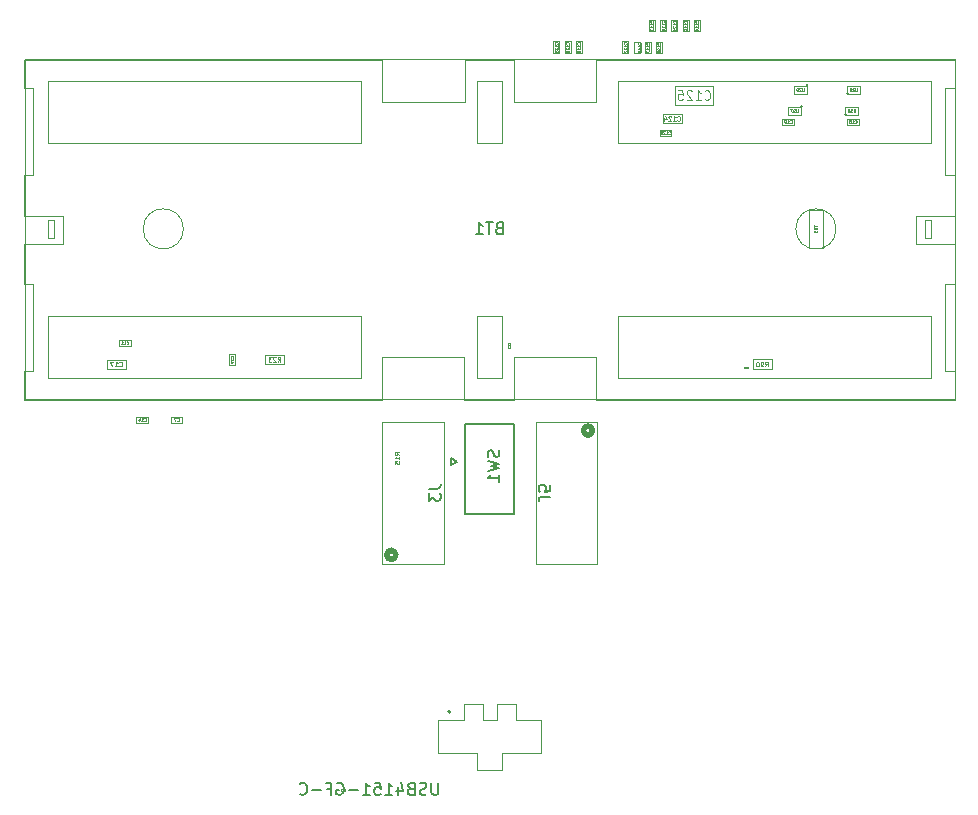
<source format=gbr>
%TF.GenerationSoftware,KiCad,Pcbnew,7.0.11-7.0.11~ubuntu22.04.1*%
%TF.CreationDate,2025-04-04T17:31:19+09:00*%
%TF.ProjectId,robot,726f626f-742e-46b6-9963-61645f706362,rev?*%
%TF.SameCoordinates,PX3938700PY9896800*%
%TF.FileFunction,AssemblyDrawing,Bot*%
%FSLAX46Y46*%
G04 Gerber Fmt 4.6, Leading zero omitted, Abs format (unit mm)*
G04 Created by KiCad (PCBNEW 7.0.11-7.0.11~ubuntu22.04.1) date 2025-04-04 17:31:19*
%MOMM*%
%LPD*%
G01*
G04 APERTURE LIST*
%ADD10C,0.060000*%
%ADD11C,0.040000*%
%ADD12C,0.062500*%
%ADD13C,0.150000*%
%ADD14C,0.120000*%
%ADD15C,0.100000*%
%ADD16C,0.010000*%
%ADD17C,0.200000*%
%ADD18C,0.127000*%
%ADD19C,0.025400*%
%ADD20C,0.508000*%
G04 APERTURE END LIST*
D10*
X92356927Y-128967857D02*
X92166451Y-128834524D01*
X92356927Y-128739286D02*
X91956927Y-128739286D01*
X91956927Y-128739286D02*
X91956927Y-128891667D01*
X91956927Y-128891667D02*
X91975975Y-128929762D01*
X91975975Y-128929762D02*
X91995022Y-128948809D01*
X91995022Y-128948809D02*
X92033118Y-128967857D01*
X92033118Y-128967857D02*
X92090260Y-128967857D01*
X92090260Y-128967857D02*
X92128356Y-128948809D01*
X92128356Y-128948809D02*
X92147403Y-128929762D01*
X92147403Y-128929762D02*
X92166451Y-128891667D01*
X92166451Y-128891667D02*
X92166451Y-128739286D01*
X92356927Y-129348809D02*
X92356927Y-129120238D01*
X92356927Y-129234524D02*
X91956927Y-129234524D01*
X91956927Y-129234524D02*
X92014070Y-129196428D01*
X92014070Y-129196428D02*
X92052165Y-129158333D01*
X92052165Y-129158333D02*
X92071213Y-129120238D01*
X91956927Y-129710714D02*
X91956927Y-129520238D01*
X91956927Y-129520238D02*
X92147403Y-129501190D01*
X92147403Y-129501190D02*
X92128356Y-129520238D01*
X92128356Y-129520238D02*
X92109308Y-129558333D01*
X92109308Y-129558333D02*
X92109308Y-129653571D01*
X92109308Y-129653571D02*
X92128356Y-129691666D01*
X92128356Y-129691666D02*
X92147403Y-129710714D01*
X92147403Y-129710714D02*
X92185499Y-129729761D01*
X92185499Y-129729761D02*
X92280737Y-129729761D01*
X92280737Y-129729761D02*
X92318832Y-129710714D01*
X92318832Y-129710714D02*
X92337880Y-129691666D01*
X92337880Y-129691666D02*
X92356927Y-129653571D01*
X92356927Y-129653571D02*
X92356927Y-129558333D01*
X92356927Y-129558333D02*
X92337880Y-129520238D01*
X92337880Y-129520238D02*
X92318832Y-129501190D01*
D11*
X115739765Y-92340238D02*
X115751670Y-92328334D01*
X115751670Y-92328334D02*
X115763574Y-92292619D01*
X115763574Y-92292619D02*
X115763574Y-92268810D01*
X115763574Y-92268810D02*
X115751670Y-92233096D01*
X115751670Y-92233096D02*
X115727860Y-92209286D01*
X115727860Y-92209286D02*
X115704050Y-92197381D01*
X115704050Y-92197381D02*
X115656431Y-92185477D01*
X115656431Y-92185477D02*
X115620717Y-92185477D01*
X115620717Y-92185477D02*
X115573098Y-92197381D01*
X115573098Y-92197381D02*
X115549289Y-92209286D01*
X115549289Y-92209286D02*
X115525479Y-92233096D01*
X115525479Y-92233096D02*
X115513574Y-92268810D01*
X115513574Y-92268810D02*
X115513574Y-92292619D01*
X115513574Y-92292619D02*
X115525479Y-92328334D01*
X115525479Y-92328334D02*
X115537384Y-92340238D01*
X115763574Y-92578334D02*
X115763574Y-92435477D01*
X115763574Y-92506905D02*
X115513574Y-92506905D01*
X115513574Y-92506905D02*
X115549289Y-92483096D01*
X115549289Y-92483096D02*
X115573098Y-92459286D01*
X115573098Y-92459286D02*
X115585003Y-92435477D01*
X115537384Y-92673572D02*
X115525479Y-92685476D01*
X115525479Y-92685476D02*
X115513574Y-92709286D01*
X115513574Y-92709286D02*
X115513574Y-92768810D01*
X115513574Y-92768810D02*
X115525479Y-92792619D01*
X115525479Y-92792619D02*
X115537384Y-92804524D01*
X115537384Y-92804524D02*
X115561193Y-92816429D01*
X115561193Y-92816429D02*
X115585003Y-92816429D01*
X115585003Y-92816429D02*
X115620717Y-92804524D01*
X115620717Y-92804524D02*
X115763574Y-92661667D01*
X115763574Y-92661667D02*
X115763574Y-92816429D01*
X115763574Y-93054524D02*
X115763574Y-92911667D01*
X115763574Y-92983095D02*
X115513574Y-92983095D01*
X115513574Y-92983095D02*
X115549289Y-92959286D01*
X115549289Y-92959286D02*
X115573098Y-92935476D01*
X115573098Y-92935476D02*
X115585003Y-92911667D01*
D10*
X123332142Y-121481927D02*
X123465475Y-121291451D01*
X123560713Y-121481927D02*
X123560713Y-121081927D01*
X123560713Y-121081927D02*
X123408332Y-121081927D01*
X123408332Y-121081927D02*
X123370237Y-121100975D01*
X123370237Y-121100975D02*
X123351190Y-121120022D01*
X123351190Y-121120022D02*
X123332142Y-121158118D01*
X123332142Y-121158118D02*
X123332142Y-121215260D01*
X123332142Y-121215260D02*
X123351190Y-121253356D01*
X123351190Y-121253356D02*
X123370237Y-121272403D01*
X123370237Y-121272403D02*
X123408332Y-121291451D01*
X123408332Y-121291451D02*
X123560713Y-121291451D01*
X123141666Y-121481927D02*
X123065475Y-121481927D01*
X123065475Y-121481927D02*
X123027380Y-121462880D01*
X123027380Y-121462880D02*
X123008332Y-121443832D01*
X123008332Y-121443832D02*
X122970237Y-121386689D01*
X122970237Y-121386689D02*
X122951190Y-121310499D01*
X122951190Y-121310499D02*
X122951190Y-121158118D01*
X122951190Y-121158118D02*
X122970237Y-121120022D01*
X122970237Y-121120022D02*
X122989285Y-121100975D01*
X122989285Y-121100975D02*
X123027380Y-121081927D01*
X123027380Y-121081927D02*
X123103571Y-121081927D01*
X123103571Y-121081927D02*
X123141666Y-121100975D01*
X123141666Y-121100975D02*
X123160713Y-121120022D01*
X123160713Y-121120022D02*
X123179761Y-121158118D01*
X123179761Y-121158118D02*
X123179761Y-121253356D01*
X123179761Y-121253356D02*
X123160713Y-121291451D01*
X123160713Y-121291451D02*
X123141666Y-121310499D01*
X123141666Y-121310499D02*
X123103571Y-121329546D01*
X123103571Y-121329546D02*
X123027380Y-121329546D01*
X123027380Y-121329546D02*
X122989285Y-121310499D01*
X122989285Y-121310499D02*
X122970237Y-121291451D01*
X122970237Y-121291451D02*
X122951190Y-121253356D01*
X122703571Y-121081927D02*
X122665476Y-121081927D01*
X122665476Y-121081927D02*
X122627380Y-121100975D01*
X122627380Y-121100975D02*
X122608333Y-121120022D01*
X122608333Y-121120022D02*
X122589285Y-121158118D01*
X122589285Y-121158118D02*
X122570238Y-121234308D01*
X122570238Y-121234308D02*
X122570238Y-121329546D01*
X122570238Y-121329546D02*
X122589285Y-121405737D01*
X122589285Y-121405737D02*
X122608333Y-121443832D01*
X122608333Y-121443832D02*
X122627380Y-121462880D01*
X122627380Y-121462880D02*
X122665476Y-121481927D01*
X122665476Y-121481927D02*
X122703571Y-121481927D01*
X122703571Y-121481927D02*
X122741666Y-121462880D01*
X122741666Y-121462880D02*
X122760714Y-121443832D01*
X122760714Y-121443832D02*
X122779761Y-121405737D01*
X122779761Y-121405737D02*
X122798809Y-121329546D01*
X122798809Y-121329546D02*
X122798809Y-121234308D01*
X122798809Y-121234308D02*
X122779761Y-121158118D01*
X122779761Y-121158118D02*
X122760714Y-121120022D01*
X122760714Y-121120022D02*
X122741666Y-121100975D01*
X122741666Y-121100975D02*
X122703571Y-121081927D01*
D11*
X130910714Y-100839765D02*
X130922618Y-100851670D01*
X130922618Y-100851670D02*
X130958333Y-100863574D01*
X130958333Y-100863574D02*
X130982142Y-100863574D01*
X130982142Y-100863574D02*
X131017856Y-100851670D01*
X131017856Y-100851670D02*
X131041666Y-100827860D01*
X131041666Y-100827860D02*
X131053571Y-100804050D01*
X131053571Y-100804050D02*
X131065475Y-100756431D01*
X131065475Y-100756431D02*
X131065475Y-100720717D01*
X131065475Y-100720717D02*
X131053571Y-100673098D01*
X131053571Y-100673098D02*
X131041666Y-100649289D01*
X131041666Y-100649289D02*
X131017856Y-100625479D01*
X131017856Y-100625479D02*
X130982142Y-100613574D01*
X130982142Y-100613574D02*
X130958333Y-100613574D01*
X130958333Y-100613574D02*
X130922618Y-100625479D01*
X130922618Y-100625479D02*
X130910714Y-100637384D01*
X130672618Y-100863574D02*
X130815475Y-100863574D01*
X130744047Y-100863574D02*
X130744047Y-100613574D01*
X130744047Y-100613574D02*
X130767856Y-100649289D01*
X130767856Y-100649289D02*
X130791666Y-100673098D01*
X130791666Y-100673098D02*
X130815475Y-100685003D01*
X130529761Y-100720717D02*
X130553571Y-100708812D01*
X130553571Y-100708812D02*
X130565476Y-100696908D01*
X130565476Y-100696908D02*
X130577380Y-100673098D01*
X130577380Y-100673098D02*
X130577380Y-100661193D01*
X130577380Y-100661193D02*
X130565476Y-100637384D01*
X130565476Y-100637384D02*
X130553571Y-100625479D01*
X130553571Y-100625479D02*
X130529761Y-100613574D01*
X130529761Y-100613574D02*
X130482142Y-100613574D01*
X130482142Y-100613574D02*
X130458333Y-100625479D01*
X130458333Y-100625479D02*
X130446428Y-100637384D01*
X130446428Y-100637384D02*
X130434523Y-100661193D01*
X130434523Y-100661193D02*
X130434523Y-100673098D01*
X130434523Y-100673098D02*
X130446428Y-100696908D01*
X130446428Y-100696908D02*
X130458333Y-100708812D01*
X130458333Y-100708812D02*
X130482142Y-100720717D01*
X130482142Y-100720717D02*
X130529761Y-100720717D01*
X130529761Y-100720717D02*
X130553571Y-100732622D01*
X130553571Y-100732622D02*
X130565476Y-100744527D01*
X130565476Y-100744527D02*
X130577380Y-100768336D01*
X130577380Y-100768336D02*
X130577380Y-100815955D01*
X130577380Y-100815955D02*
X130565476Y-100839765D01*
X130565476Y-100839765D02*
X130553571Y-100851670D01*
X130553571Y-100851670D02*
X130529761Y-100863574D01*
X130529761Y-100863574D02*
X130482142Y-100863574D01*
X130482142Y-100863574D02*
X130458333Y-100851670D01*
X130458333Y-100851670D02*
X130446428Y-100839765D01*
X130446428Y-100839765D02*
X130434523Y-100815955D01*
X130434523Y-100815955D02*
X130434523Y-100768336D01*
X130434523Y-100768336D02*
X130446428Y-100744527D01*
X130446428Y-100744527D02*
X130458333Y-100732622D01*
X130458333Y-100732622D02*
X130482142Y-100720717D01*
X114439765Y-94195238D02*
X114451670Y-94183334D01*
X114451670Y-94183334D02*
X114463574Y-94147619D01*
X114463574Y-94147619D02*
X114463574Y-94123810D01*
X114463574Y-94123810D02*
X114451670Y-94088096D01*
X114451670Y-94088096D02*
X114427860Y-94064286D01*
X114427860Y-94064286D02*
X114404050Y-94052381D01*
X114404050Y-94052381D02*
X114356431Y-94040477D01*
X114356431Y-94040477D02*
X114320717Y-94040477D01*
X114320717Y-94040477D02*
X114273098Y-94052381D01*
X114273098Y-94052381D02*
X114249289Y-94064286D01*
X114249289Y-94064286D02*
X114225479Y-94088096D01*
X114225479Y-94088096D02*
X114213574Y-94123810D01*
X114213574Y-94123810D02*
X114213574Y-94147619D01*
X114213574Y-94147619D02*
X114225479Y-94183334D01*
X114225479Y-94183334D02*
X114237384Y-94195238D01*
X114463574Y-94433334D02*
X114463574Y-94290477D01*
X114463574Y-94361905D02*
X114213574Y-94361905D01*
X114213574Y-94361905D02*
X114249289Y-94338096D01*
X114249289Y-94338096D02*
X114273098Y-94314286D01*
X114273098Y-94314286D02*
X114285003Y-94290477D01*
X114237384Y-94528572D02*
X114225479Y-94540476D01*
X114225479Y-94540476D02*
X114213574Y-94564286D01*
X114213574Y-94564286D02*
X114213574Y-94623810D01*
X114213574Y-94623810D02*
X114225479Y-94647619D01*
X114225479Y-94647619D02*
X114237384Y-94659524D01*
X114237384Y-94659524D02*
X114261193Y-94671429D01*
X114261193Y-94671429D02*
X114285003Y-94671429D01*
X114285003Y-94671429D02*
X114320717Y-94659524D01*
X114320717Y-94659524D02*
X114463574Y-94516667D01*
X114463574Y-94516667D02*
X114463574Y-94671429D01*
X114320717Y-94814286D02*
X114308812Y-94790476D01*
X114308812Y-94790476D02*
X114296908Y-94778571D01*
X114296908Y-94778571D02*
X114273098Y-94766667D01*
X114273098Y-94766667D02*
X114261193Y-94766667D01*
X114261193Y-94766667D02*
X114237384Y-94778571D01*
X114237384Y-94778571D02*
X114225479Y-94790476D01*
X114225479Y-94790476D02*
X114213574Y-94814286D01*
X114213574Y-94814286D02*
X114213574Y-94861905D01*
X114213574Y-94861905D02*
X114225479Y-94885714D01*
X114225479Y-94885714D02*
X114237384Y-94897619D01*
X114237384Y-94897619D02*
X114261193Y-94909524D01*
X114261193Y-94909524D02*
X114273098Y-94909524D01*
X114273098Y-94909524D02*
X114296908Y-94897619D01*
X114296908Y-94897619D02*
X114308812Y-94885714D01*
X114308812Y-94885714D02*
X114320717Y-94861905D01*
X114320717Y-94861905D02*
X114320717Y-94814286D01*
X114320717Y-94814286D02*
X114332622Y-94790476D01*
X114332622Y-94790476D02*
X114344527Y-94778571D01*
X114344527Y-94778571D02*
X114368336Y-94766667D01*
X114368336Y-94766667D02*
X114415955Y-94766667D01*
X114415955Y-94766667D02*
X114439765Y-94778571D01*
X114439765Y-94778571D02*
X114451670Y-94790476D01*
X114451670Y-94790476D02*
X114463574Y-94814286D01*
X114463574Y-94814286D02*
X114463574Y-94861905D01*
X114463574Y-94861905D02*
X114451670Y-94885714D01*
X114451670Y-94885714D02*
X114439765Y-94897619D01*
X114439765Y-94897619D02*
X114415955Y-94909524D01*
X114415955Y-94909524D02*
X114368336Y-94909524D01*
X114368336Y-94909524D02*
X114344527Y-94897619D01*
X114344527Y-94897619D02*
X114332622Y-94885714D01*
X114332622Y-94885714D02*
X114320717Y-94861905D01*
D12*
X131109523Y-97912404D02*
X131109523Y-98114785D01*
X131109523Y-98114785D02*
X131097618Y-98138595D01*
X131097618Y-98138595D02*
X131085713Y-98150500D01*
X131085713Y-98150500D02*
X131061904Y-98162404D01*
X131061904Y-98162404D02*
X131014285Y-98162404D01*
X131014285Y-98162404D02*
X130990475Y-98150500D01*
X130990475Y-98150500D02*
X130978570Y-98138595D01*
X130978570Y-98138595D02*
X130966666Y-98114785D01*
X130966666Y-98114785D02*
X130966666Y-97912404D01*
X130859522Y-97936214D02*
X130847618Y-97924309D01*
X130847618Y-97924309D02*
X130823808Y-97912404D01*
X130823808Y-97912404D02*
X130764284Y-97912404D01*
X130764284Y-97912404D02*
X130740475Y-97924309D01*
X130740475Y-97924309D02*
X130728570Y-97936214D01*
X130728570Y-97936214D02*
X130716665Y-97960023D01*
X130716665Y-97960023D02*
X130716665Y-97983833D01*
X130716665Y-97983833D02*
X130728570Y-98019547D01*
X130728570Y-98019547D02*
X130871427Y-98162404D01*
X130871427Y-98162404D02*
X130716665Y-98162404D01*
X130573808Y-98019547D02*
X130597618Y-98007642D01*
X130597618Y-98007642D02*
X130609523Y-97995738D01*
X130609523Y-97995738D02*
X130621427Y-97971928D01*
X130621427Y-97971928D02*
X130621427Y-97960023D01*
X130621427Y-97960023D02*
X130609523Y-97936214D01*
X130609523Y-97936214D02*
X130597618Y-97924309D01*
X130597618Y-97924309D02*
X130573808Y-97912404D01*
X130573808Y-97912404D02*
X130526189Y-97912404D01*
X130526189Y-97912404D02*
X130502380Y-97924309D01*
X130502380Y-97924309D02*
X130490475Y-97936214D01*
X130490475Y-97936214D02*
X130478570Y-97960023D01*
X130478570Y-97960023D02*
X130478570Y-97971928D01*
X130478570Y-97971928D02*
X130490475Y-97995738D01*
X130490475Y-97995738D02*
X130502380Y-98007642D01*
X130502380Y-98007642D02*
X130526189Y-98019547D01*
X130526189Y-98019547D02*
X130573808Y-98019547D01*
X130573808Y-98019547D02*
X130597618Y-98031452D01*
X130597618Y-98031452D02*
X130609523Y-98043357D01*
X130609523Y-98043357D02*
X130621427Y-98067166D01*
X130621427Y-98067166D02*
X130621427Y-98114785D01*
X130621427Y-98114785D02*
X130609523Y-98138595D01*
X130609523Y-98138595D02*
X130597618Y-98150500D01*
X130597618Y-98150500D02*
X130573808Y-98162404D01*
X130573808Y-98162404D02*
X130526189Y-98162404D01*
X130526189Y-98162404D02*
X130502380Y-98150500D01*
X130502380Y-98150500D02*
X130490475Y-98138595D01*
X130490475Y-98138595D02*
X130478570Y-98114785D01*
X130478570Y-98114785D02*
X130478570Y-98067166D01*
X130478570Y-98067166D02*
X130490475Y-98043357D01*
X130490475Y-98043357D02*
X130502380Y-98031452D01*
X130502380Y-98031452D02*
X130526189Y-98019547D01*
X130249999Y-98262404D02*
X130249999Y-98321928D01*
X130309523Y-98298119D02*
X130249999Y-98321928D01*
X130249999Y-98321928D02*
X130190476Y-98298119D01*
X130285714Y-98369547D02*
X130249999Y-98321928D01*
X130249999Y-98321928D02*
X130214285Y-98369547D01*
D11*
X70755921Y-126073596D02*
X70767825Y-126085501D01*
X70767825Y-126085501D02*
X70803540Y-126097405D01*
X70803540Y-126097405D02*
X70827349Y-126097405D01*
X70827349Y-126097405D02*
X70863063Y-126085501D01*
X70863063Y-126085501D02*
X70886873Y-126061691D01*
X70886873Y-126061691D02*
X70898778Y-126037881D01*
X70898778Y-126037881D02*
X70910682Y-125990262D01*
X70910682Y-125990262D02*
X70910682Y-125954548D01*
X70910682Y-125954548D02*
X70898778Y-125906929D01*
X70898778Y-125906929D02*
X70886873Y-125883120D01*
X70886873Y-125883120D02*
X70863063Y-125859310D01*
X70863063Y-125859310D02*
X70827349Y-125847405D01*
X70827349Y-125847405D02*
X70803540Y-125847405D01*
X70803540Y-125847405D02*
X70767825Y-125859310D01*
X70767825Y-125859310D02*
X70755921Y-125871215D01*
X70517825Y-126097405D02*
X70660682Y-126097405D01*
X70589254Y-126097405D02*
X70589254Y-125847405D01*
X70589254Y-125847405D02*
X70613063Y-125883120D01*
X70613063Y-125883120D02*
X70636873Y-125906929D01*
X70636873Y-125906929D02*
X70660682Y-125918834D01*
X70303540Y-125930739D02*
X70303540Y-126097405D01*
X70363064Y-125835501D02*
X70422587Y-126014072D01*
X70422587Y-126014072D02*
X70267826Y-126014072D01*
X113489765Y-94195238D02*
X113501670Y-94183334D01*
X113501670Y-94183334D02*
X113513574Y-94147619D01*
X113513574Y-94147619D02*
X113513574Y-94123810D01*
X113513574Y-94123810D02*
X113501670Y-94088096D01*
X113501670Y-94088096D02*
X113477860Y-94064286D01*
X113477860Y-94064286D02*
X113454050Y-94052381D01*
X113454050Y-94052381D02*
X113406431Y-94040477D01*
X113406431Y-94040477D02*
X113370717Y-94040477D01*
X113370717Y-94040477D02*
X113323098Y-94052381D01*
X113323098Y-94052381D02*
X113299289Y-94064286D01*
X113299289Y-94064286D02*
X113275479Y-94088096D01*
X113275479Y-94088096D02*
X113263574Y-94123810D01*
X113263574Y-94123810D02*
X113263574Y-94147619D01*
X113263574Y-94147619D02*
X113275479Y-94183334D01*
X113275479Y-94183334D02*
X113287384Y-94195238D01*
X113513574Y-94433334D02*
X113513574Y-94290477D01*
X113513574Y-94361905D02*
X113263574Y-94361905D01*
X113263574Y-94361905D02*
X113299289Y-94338096D01*
X113299289Y-94338096D02*
X113323098Y-94314286D01*
X113323098Y-94314286D02*
X113335003Y-94290477D01*
X113513574Y-94671429D02*
X113513574Y-94528572D01*
X113513574Y-94600000D02*
X113263574Y-94600000D01*
X113263574Y-94600000D02*
X113299289Y-94576191D01*
X113299289Y-94576191D02*
X113323098Y-94552381D01*
X113323098Y-94552381D02*
X113335003Y-94528572D01*
X113263574Y-94754762D02*
X113263574Y-94921428D01*
X113263574Y-94921428D02*
X113513574Y-94814286D01*
X107639765Y-94170238D02*
X107651670Y-94158334D01*
X107651670Y-94158334D02*
X107663574Y-94122619D01*
X107663574Y-94122619D02*
X107663574Y-94098810D01*
X107663574Y-94098810D02*
X107651670Y-94063096D01*
X107651670Y-94063096D02*
X107627860Y-94039286D01*
X107627860Y-94039286D02*
X107604050Y-94027381D01*
X107604050Y-94027381D02*
X107556431Y-94015477D01*
X107556431Y-94015477D02*
X107520717Y-94015477D01*
X107520717Y-94015477D02*
X107473098Y-94027381D01*
X107473098Y-94027381D02*
X107449289Y-94039286D01*
X107449289Y-94039286D02*
X107425479Y-94063096D01*
X107425479Y-94063096D02*
X107413574Y-94098810D01*
X107413574Y-94098810D02*
X107413574Y-94122619D01*
X107413574Y-94122619D02*
X107425479Y-94158334D01*
X107425479Y-94158334D02*
X107437384Y-94170238D01*
X107663574Y-94408334D02*
X107663574Y-94265477D01*
X107663574Y-94336905D02*
X107413574Y-94336905D01*
X107413574Y-94336905D02*
X107449289Y-94313096D01*
X107449289Y-94313096D02*
X107473098Y-94289286D01*
X107473098Y-94289286D02*
X107485003Y-94265477D01*
X107663574Y-94646429D02*
X107663574Y-94503572D01*
X107663574Y-94575000D02*
X107413574Y-94575000D01*
X107413574Y-94575000D02*
X107449289Y-94551191D01*
X107449289Y-94551191D02*
X107473098Y-94527381D01*
X107473098Y-94527381D02*
X107485003Y-94503572D01*
X107520717Y-94789286D02*
X107508812Y-94765476D01*
X107508812Y-94765476D02*
X107496908Y-94753571D01*
X107496908Y-94753571D02*
X107473098Y-94741667D01*
X107473098Y-94741667D02*
X107461193Y-94741667D01*
X107461193Y-94741667D02*
X107437384Y-94753571D01*
X107437384Y-94753571D02*
X107425479Y-94765476D01*
X107425479Y-94765476D02*
X107413574Y-94789286D01*
X107413574Y-94789286D02*
X107413574Y-94836905D01*
X107413574Y-94836905D02*
X107425479Y-94860714D01*
X107425479Y-94860714D02*
X107437384Y-94872619D01*
X107437384Y-94872619D02*
X107461193Y-94884524D01*
X107461193Y-94884524D02*
X107473098Y-94884524D01*
X107473098Y-94884524D02*
X107496908Y-94872619D01*
X107496908Y-94872619D02*
X107508812Y-94860714D01*
X107508812Y-94860714D02*
X107520717Y-94836905D01*
X107520717Y-94836905D02*
X107520717Y-94789286D01*
X107520717Y-94789286D02*
X107532622Y-94765476D01*
X107532622Y-94765476D02*
X107544527Y-94753571D01*
X107544527Y-94753571D02*
X107568336Y-94741667D01*
X107568336Y-94741667D02*
X107615955Y-94741667D01*
X107615955Y-94741667D02*
X107639765Y-94753571D01*
X107639765Y-94753571D02*
X107651670Y-94765476D01*
X107651670Y-94765476D02*
X107663574Y-94789286D01*
X107663574Y-94789286D02*
X107663574Y-94836905D01*
X107663574Y-94836905D02*
X107651670Y-94860714D01*
X107651670Y-94860714D02*
X107639765Y-94872619D01*
X107639765Y-94872619D02*
X107615955Y-94884524D01*
X107615955Y-94884524D02*
X107568336Y-94884524D01*
X107568336Y-94884524D02*
X107544527Y-94872619D01*
X107544527Y-94872619D02*
X107532622Y-94860714D01*
X107532622Y-94860714D02*
X107520717Y-94836905D01*
X106689765Y-94170238D02*
X106701670Y-94158334D01*
X106701670Y-94158334D02*
X106713574Y-94122619D01*
X106713574Y-94122619D02*
X106713574Y-94098810D01*
X106713574Y-94098810D02*
X106701670Y-94063096D01*
X106701670Y-94063096D02*
X106677860Y-94039286D01*
X106677860Y-94039286D02*
X106654050Y-94027381D01*
X106654050Y-94027381D02*
X106606431Y-94015477D01*
X106606431Y-94015477D02*
X106570717Y-94015477D01*
X106570717Y-94015477D02*
X106523098Y-94027381D01*
X106523098Y-94027381D02*
X106499289Y-94039286D01*
X106499289Y-94039286D02*
X106475479Y-94063096D01*
X106475479Y-94063096D02*
X106463574Y-94098810D01*
X106463574Y-94098810D02*
X106463574Y-94122619D01*
X106463574Y-94122619D02*
X106475479Y-94158334D01*
X106475479Y-94158334D02*
X106487384Y-94170238D01*
X106713574Y-94408334D02*
X106713574Y-94265477D01*
X106713574Y-94336905D02*
X106463574Y-94336905D01*
X106463574Y-94336905D02*
X106499289Y-94313096D01*
X106499289Y-94313096D02*
X106523098Y-94289286D01*
X106523098Y-94289286D02*
X106535003Y-94265477D01*
X106487384Y-94503572D02*
X106475479Y-94515476D01*
X106475479Y-94515476D02*
X106463574Y-94539286D01*
X106463574Y-94539286D02*
X106463574Y-94598810D01*
X106463574Y-94598810D02*
X106475479Y-94622619D01*
X106475479Y-94622619D02*
X106487384Y-94634524D01*
X106487384Y-94634524D02*
X106511193Y-94646429D01*
X106511193Y-94646429D02*
X106535003Y-94646429D01*
X106535003Y-94646429D02*
X106570717Y-94634524D01*
X106570717Y-94634524D02*
X106713574Y-94491667D01*
X106713574Y-94491667D02*
X106713574Y-94646429D01*
X106463574Y-94801190D02*
X106463574Y-94825000D01*
X106463574Y-94825000D02*
X106475479Y-94848809D01*
X106475479Y-94848809D02*
X106487384Y-94860714D01*
X106487384Y-94860714D02*
X106511193Y-94872619D01*
X106511193Y-94872619D02*
X106558812Y-94884524D01*
X106558812Y-94884524D02*
X106618336Y-94884524D01*
X106618336Y-94884524D02*
X106665955Y-94872619D01*
X106665955Y-94872619D02*
X106689765Y-94860714D01*
X106689765Y-94860714D02*
X106701670Y-94848809D01*
X106701670Y-94848809D02*
X106713574Y-94825000D01*
X106713574Y-94825000D02*
X106713574Y-94801190D01*
X106713574Y-94801190D02*
X106701670Y-94777381D01*
X106701670Y-94777381D02*
X106689765Y-94765476D01*
X106689765Y-94765476D02*
X106665955Y-94753571D01*
X106665955Y-94753571D02*
X106618336Y-94741667D01*
X106618336Y-94741667D02*
X106558812Y-94741667D01*
X106558812Y-94741667D02*
X106511193Y-94753571D01*
X106511193Y-94753571D02*
X106487384Y-94765476D01*
X106487384Y-94765476D02*
X106475479Y-94777381D01*
X106475479Y-94777381D02*
X106463574Y-94801190D01*
D12*
X126109523Y-99712404D02*
X126109523Y-99914785D01*
X126109523Y-99914785D02*
X126097618Y-99938595D01*
X126097618Y-99938595D02*
X126085713Y-99950500D01*
X126085713Y-99950500D02*
X126061904Y-99962404D01*
X126061904Y-99962404D02*
X126014285Y-99962404D01*
X126014285Y-99962404D02*
X125990475Y-99950500D01*
X125990475Y-99950500D02*
X125978570Y-99938595D01*
X125978570Y-99938595D02*
X125966666Y-99914785D01*
X125966666Y-99914785D02*
X125966666Y-99712404D01*
X125859522Y-99736214D02*
X125847618Y-99724309D01*
X125847618Y-99724309D02*
X125823808Y-99712404D01*
X125823808Y-99712404D02*
X125764284Y-99712404D01*
X125764284Y-99712404D02*
X125740475Y-99724309D01*
X125740475Y-99724309D02*
X125728570Y-99736214D01*
X125728570Y-99736214D02*
X125716665Y-99760023D01*
X125716665Y-99760023D02*
X125716665Y-99783833D01*
X125716665Y-99783833D02*
X125728570Y-99819547D01*
X125728570Y-99819547D02*
X125871427Y-99962404D01*
X125871427Y-99962404D02*
X125716665Y-99962404D01*
X125633332Y-99712404D02*
X125466666Y-99712404D01*
X125466666Y-99712404D02*
X125573808Y-99962404D01*
X126349999Y-99362404D02*
X126349999Y-99421928D01*
X126409523Y-99398119D02*
X126349999Y-99421928D01*
X126349999Y-99421928D02*
X126290476Y-99398119D01*
X126385714Y-99469547D02*
X126349999Y-99421928D01*
X126349999Y-99421928D02*
X126314285Y-99469547D01*
D10*
X68657142Y-121443832D02*
X68676190Y-121462880D01*
X68676190Y-121462880D02*
X68733332Y-121481927D01*
X68733332Y-121481927D02*
X68771428Y-121481927D01*
X68771428Y-121481927D02*
X68828571Y-121462880D01*
X68828571Y-121462880D02*
X68866666Y-121424784D01*
X68866666Y-121424784D02*
X68885713Y-121386689D01*
X68885713Y-121386689D02*
X68904761Y-121310499D01*
X68904761Y-121310499D02*
X68904761Y-121253356D01*
X68904761Y-121253356D02*
X68885713Y-121177165D01*
X68885713Y-121177165D02*
X68866666Y-121139070D01*
X68866666Y-121139070D02*
X68828571Y-121100975D01*
X68828571Y-121100975D02*
X68771428Y-121081927D01*
X68771428Y-121081927D02*
X68733332Y-121081927D01*
X68733332Y-121081927D02*
X68676190Y-121100975D01*
X68676190Y-121100975D02*
X68657142Y-121120022D01*
X68276190Y-121481927D02*
X68504761Y-121481927D01*
X68390475Y-121481927D02*
X68390475Y-121081927D01*
X68390475Y-121081927D02*
X68428571Y-121139070D01*
X68428571Y-121139070D02*
X68466666Y-121177165D01*
X68466666Y-121177165D02*
X68504761Y-121196213D01*
X68142857Y-121081927D02*
X67876190Y-121081927D01*
X67876190Y-121081927D02*
X68047619Y-121481927D01*
D12*
X130959523Y-99712404D02*
X130959523Y-99914785D01*
X130959523Y-99914785D02*
X130947618Y-99938595D01*
X130947618Y-99938595D02*
X130935713Y-99950500D01*
X130935713Y-99950500D02*
X130911904Y-99962404D01*
X130911904Y-99962404D02*
X130864285Y-99962404D01*
X130864285Y-99962404D02*
X130840475Y-99950500D01*
X130840475Y-99950500D02*
X130828570Y-99938595D01*
X130828570Y-99938595D02*
X130816666Y-99914785D01*
X130816666Y-99914785D02*
X130816666Y-99712404D01*
X130709522Y-99736214D02*
X130697618Y-99724309D01*
X130697618Y-99724309D02*
X130673808Y-99712404D01*
X130673808Y-99712404D02*
X130614284Y-99712404D01*
X130614284Y-99712404D02*
X130590475Y-99724309D01*
X130590475Y-99724309D02*
X130578570Y-99736214D01*
X130578570Y-99736214D02*
X130566665Y-99760023D01*
X130566665Y-99760023D02*
X130566665Y-99783833D01*
X130566665Y-99783833D02*
X130578570Y-99819547D01*
X130578570Y-99819547D02*
X130721427Y-99962404D01*
X130721427Y-99962404D02*
X130566665Y-99962404D01*
X130352380Y-99712404D02*
X130399999Y-99712404D01*
X130399999Y-99712404D02*
X130423808Y-99724309D01*
X130423808Y-99724309D02*
X130435713Y-99736214D01*
X130435713Y-99736214D02*
X130459523Y-99771928D01*
X130459523Y-99771928D02*
X130471427Y-99819547D01*
X130471427Y-99819547D02*
X130471427Y-99914785D01*
X130471427Y-99914785D02*
X130459523Y-99938595D01*
X130459523Y-99938595D02*
X130447618Y-99950500D01*
X130447618Y-99950500D02*
X130423808Y-99962404D01*
X130423808Y-99962404D02*
X130376189Y-99962404D01*
X130376189Y-99962404D02*
X130352380Y-99950500D01*
X130352380Y-99950500D02*
X130340475Y-99938595D01*
X130340475Y-99938595D02*
X130328570Y-99914785D01*
X130328570Y-99914785D02*
X130328570Y-99855261D01*
X130328570Y-99855261D02*
X130340475Y-99831452D01*
X130340475Y-99831452D02*
X130352380Y-99819547D01*
X130352380Y-99819547D02*
X130376189Y-99807642D01*
X130376189Y-99807642D02*
X130423808Y-99807642D01*
X130423808Y-99807642D02*
X130447618Y-99819547D01*
X130447618Y-99819547D02*
X130459523Y-99831452D01*
X130459523Y-99831452D02*
X130471427Y-99855261D01*
X130099999Y-100062404D02*
X130099999Y-100121928D01*
X130159523Y-100098119D02*
X130099999Y-100121928D01*
X130099999Y-100121928D02*
X130040476Y-100098119D01*
X130135714Y-100169547D02*
X130099999Y-100121928D01*
X130099999Y-100121928D02*
X130064285Y-100169547D01*
D11*
X112789765Y-94195238D02*
X112801670Y-94183334D01*
X112801670Y-94183334D02*
X112813574Y-94147619D01*
X112813574Y-94147619D02*
X112813574Y-94123810D01*
X112813574Y-94123810D02*
X112801670Y-94088096D01*
X112801670Y-94088096D02*
X112777860Y-94064286D01*
X112777860Y-94064286D02*
X112754050Y-94052381D01*
X112754050Y-94052381D02*
X112706431Y-94040477D01*
X112706431Y-94040477D02*
X112670717Y-94040477D01*
X112670717Y-94040477D02*
X112623098Y-94052381D01*
X112623098Y-94052381D02*
X112599289Y-94064286D01*
X112599289Y-94064286D02*
X112575479Y-94088096D01*
X112575479Y-94088096D02*
X112563574Y-94123810D01*
X112563574Y-94123810D02*
X112563574Y-94147619D01*
X112563574Y-94147619D02*
X112575479Y-94183334D01*
X112575479Y-94183334D02*
X112587384Y-94195238D01*
X112813574Y-94433334D02*
X112813574Y-94290477D01*
X112813574Y-94361905D02*
X112563574Y-94361905D01*
X112563574Y-94361905D02*
X112599289Y-94338096D01*
X112599289Y-94338096D02*
X112623098Y-94314286D01*
X112623098Y-94314286D02*
X112635003Y-94290477D01*
X112813574Y-94671429D02*
X112813574Y-94528572D01*
X112813574Y-94600000D02*
X112563574Y-94600000D01*
X112563574Y-94600000D02*
X112599289Y-94576191D01*
X112599289Y-94576191D02*
X112623098Y-94552381D01*
X112623098Y-94552381D02*
X112635003Y-94528572D01*
X112563574Y-94897619D02*
X112563574Y-94778571D01*
X112563574Y-94778571D02*
X112682622Y-94766667D01*
X112682622Y-94766667D02*
X112670717Y-94778571D01*
X112670717Y-94778571D02*
X112658812Y-94802381D01*
X112658812Y-94802381D02*
X112658812Y-94861905D01*
X112658812Y-94861905D02*
X112670717Y-94885714D01*
X112670717Y-94885714D02*
X112682622Y-94897619D01*
X112682622Y-94897619D02*
X112706431Y-94909524D01*
X112706431Y-94909524D02*
X112765955Y-94909524D01*
X112765955Y-94909524D02*
X112789765Y-94897619D01*
X112789765Y-94897619D02*
X112801670Y-94885714D01*
X112801670Y-94885714D02*
X112813574Y-94861905D01*
X112813574Y-94861905D02*
X112813574Y-94802381D01*
X112813574Y-94802381D02*
X112801670Y-94778571D01*
X112801670Y-94778571D02*
X112789765Y-94766667D01*
D13*
X100785714Y-109766009D02*
X100642857Y-109813628D01*
X100642857Y-109813628D02*
X100595238Y-109861247D01*
X100595238Y-109861247D02*
X100547619Y-109956485D01*
X100547619Y-109956485D02*
X100547619Y-110099342D01*
X100547619Y-110099342D02*
X100595238Y-110194580D01*
X100595238Y-110194580D02*
X100642857Y-110242200D01*
X100642857Y-110242200D02*
X100738095Y-110289819D01*
X100738095Y-110289819D02*
X101119047Y-110289819D01*
X101119047Y-110289819D02*
X101119047Y-109289819D01*
X101119047Y-109289819D02*
X100785714Y-109289819D01*
X100785714Y-109289819D02*
X100690476Y-109337438D01*
X100690476Y-109337438D02*
X100642857Y-109385057D01*
X100642857Y-109385057D02*
X100595238Y-109480295D01*
X100595238Y-109480295D02*
X100595238Y-109575533D01*
X100595238Y-109575533D02*
X100642857Y-109670771D01*
X100642857Y-109670771D02*
X100690476Y-109718390D01*
X100690476Y-109718390D02*
X100785714Y-109766009D01*
X100785714Y-109766009D02*
X101119047Y-109766009D01*
X100261904Y-109289819D02*
X99690476Y-109289819D01*
X99976190Y-110289819D02*
X99976190Y-109289819D01*
X98833333Y-110289819D02*
X99404761Y-110289819D01*
X99119047Y-110289819D02*
X99119047Y-109289819D01*
X99119047Y-109289819D02*
X99214285Y-109432676D01*
X99214285Y-109432676D02*
X99309523Y-109527914D01*
X99309523Y-109527914D02*
X99404761Y-109575533D01*
D11*
X114789765Y-92340238D02*
X114801670Y-92328334D01*
X114801670Y-92328334D02*
X114813574Y-92292619D01*
X114813574Y-92292619D02*
X114813574Y-92268810D01*
X114813574Y-92268810D02*
X114801670Y-92233096D01*
X114801670Y-92233096D02*
X114777860Y-92209286D01*
X114777860Y-92209286D02*
X114754050Y-92197381D01*
X114754050Y-92197381D02*
X114706431Y-92185477D01*
X114706431Y-92185477D02*
X114670717Y-92185477D01*
X114670717Y-92185477D02*
X114623098Y-92197381D01*
X114623098Y-92197381D02*
X114599289Y-92209286D01*
X114599289Y-92209286D02*
X114575479Y-92233096D01*
X114575479Y-92233096D02*
X114563574Y-92268810D01*
X114563574Y-92268810D02*
X114563574Y-92292619D01*
X114563574Y-92292619D02*
X114575479Y-92328334D01*
X114575479Y-92328334D02*
X114587384Y-92340238D01*
X114813574Y-92578334D02*
X114813574Y-92435477D01*
X114813574Y-92506905D02*
X114563574Y-92506905D01*
X114563574Y-92506905D02*
X114599289Y-92483096D01*
X114599289Y-92483096D02*
X114623098Y-92459286D01*
X114623098Y-92459286D02*
X114635003Y-92435477D01*
X114813574Y-92816429D02*
X114813574Y-92673572D01*
X114813574Y-92745000D02*
X114563574Y-92745000D01*
X114563574Y-92745000D02*
X114599289Y-92721191D01*
X114599289Y-92721191D02*
X114623098Y-92697381D01*
X114623098Y-92697381D02*
X114635003Y-92673572D01*
X114563574Y-93030714D02*
X114563574Y-92983095D01*
X114563574Y-92983095D02*
X114575479Y-92959286D01*
X114575479Y-92959286D02*
X114587384Y-92947381D01*
X114587384Y-92947381D02*
X114623098Y-92923571D01*
X114623098Y-92923571D02*
X114670717Y-92911667D01*
X114670717Y-92911667D02*
X114765955Y-92911667D01*
X114765955Y-92911667D02*
X114789765Y-92923571D01*
X114789765Y-92923571D02*
X114801670Y-92935476D01*
X114801670Y-92935476D02*
X114813574Y-92959286D01*
X114813574Y-92959286D02*
X114813574Y-93006905D01*
X114813574Y-93006905D02*
X114801670Y-93030714D01*
X114801670Y-93030714D02*
X114789765Y-93042619D01*
X114789765Y-93042619D02*
X114765955Y-93054524D01*
X114765955Y-93054524D02*
X114706431Y-93054524D01*
X114706431Y-93054524D02*
X114682622Y-93042619D01*
X114682622Y-93042619D02*
X114670717Y-93030714D01*
X114670717Y-93030714D02*
X114658812Y-93006905D01*
X114658812Y-93006905D02*
X114658812Y-92959286D01*
X114658812Y-92959286D02*
X114670717Y-92935476D01*
X114670717Y-92935476D02*
X114682622Y-92923571D01*
X114682622Y-92923571D02*
X114706431Y-92911667D01*
D10*
X82057142Y-121081927D02*
X82190475Y-120891451D01*
X82285713Y-121081927D02*
X82285713Y-120681927D01*
X82285713Y-120681927D02*
X82133332Y-120681927D01*
X82133332Y-120681927D02*
X82095237Y-120700975D01*
X82095237Y-120700975D02*
X82076190Y-120720022D01*
X82076190Y-120720022D02*
X82057142Y-120758118D01*
X82057142Y-120758118D02*
X82057142Y-120815260D01*
X82057142Y-120815260D02*
X82076190Y-120853356D01*
X82076190Y-120853356D02*
X82095237Y-120872403D01*
X82095237Y-120872403D02*
X82133332Y-120891451D01*
X82133332Y-120891451D02*
X82285713Y-120891451D01*
X81904761Y-120720022D02*
X81885713Y-120700975D01*
X81885713Y-120700975D02*
X81847618Y-120681927D01*
X81847618Y-120681927D02*
X81752380Y-120681927D01*
X81752380Y-120681927D02*
X81714285Y-120700975D01*
X81714285Y-120700975D02*
X81695237Y-120720022D01*
X81695237Y-120720022D02*
X81676190Y-120758118D01*
X81676190Y-120758118D02*
X81676190Y-120796213D01*
X81676190Y-120796213D02*
X81695237Y-120853356D01*
X81695237Y-120853356D02*
X81923809Y-121081927D01*
X81923809Y-121081927D02*
X81676190Y-121081927D01*
X81542857Y-120681927D02*
X81295238Y-120681927D01*
X81295238Y-120681927D02*
X81428571Y-120834308D01*
X81428571Y-120834308D02*
X81371428Y-120834308D01*
X81371428Y-120834308D02*
X81333333Y-120853356D01*
X81333333Y-120853356D02*
X81314285Y-120872403D01*
X81314285Y-120872403D02*
X81295238Y-120910499D01*
X81295238Y-120910499D02*
X81295238Y-121005737D01*
X81295238Y-121005737D02*
X81314285Y-121043832D01*
X81314285Y-121043832D02*
X81333333Y-121062880D01*
X81333333Y-121062880D02*
X81371428Y-121081927D01*
X81371428Y-121081927D02*
X81485714Y-121081927D01*
X81485714Y-121081927D02*
X81523809Y-121062880D01*
X81523809Y-121062880D02*
X81542857Y-121043832D01*
D11*
X125430714Y-100839765D02*
X125442618Y-100851670D01*
X125442618Y-100851670D02*
X125478333Y-100863574D01*
X125478333Y-100863574D02*
X125502142Y-100863574D01*
X125502142Y-100863574D02*
X125537856Y-100851670D01*
X125537856Y-100851670D02*
X125561666Y-100827860D01*
X125561666Y-100827860D02*
X125573571Y-100804050D01*
X125573571Y-100804050D02*
X125585475Y-100756431D01*
X125585475Y-100756431D02*
X125585475Y-100720717D01*
X125585475Y-100720717D02*
X125573571Y-100673098D01*
X125573571Y-100673098D02*
X125561666Y-100649289D01*
X125561666Y-100649289D02*
X125537856Y-100625479D01*
X125537856Y-100625479D02*
X125502142Y-100613574D01*
X125502142Y-100613574D02*
X125478333Y-100613574D01*
X125478333Y-100613574D02*
X125442618Y-100625479D01*
X125442618Y-100625479D02*
X125430714Y-100637384D01*
X125192618Y-100863574D02*
X125335475Y-100863574D01*
X125264047Y-100863574D02*
X125264047Y-100613574D01*
X125264047Y-100613574D02*
X125287856Y-100649289D01*
X125287856Y-100649289D02*
X125311666Y-100673098D01*
X125311666Y-100673098D02*
X125335475Y-100685003D01*
X125073571Y-100863574D02*
X125025952Y-100863574D01*
X125025952Y-100863574D02*
X125002142Y-100851670D01*
X125002142Y-100851670D02*
X124990238Y-100839765D01*
X124990238Y-100839765D02*
X124966428Y-100804050D01*
X124966428Y-100804050D02*
X124954523Y-100756431D01*
X124954523Y-100756431D02*
X124954523Y-100661193D01*
X124954523Y-100661193D02*
X124966428Y-100637384D01*
X124966428Y-100637384D02*
X124978333Y-100625479D01*
X124978333Y-100625479D02*
X125002142Y-100613574D01*
X125002142Y-100613574D02*
X125049761Y-100613574D01*
X125049761Y-100613574D02*
X125073571Y-100625479D01*
X125073571Y-100625479D02*
X125085476Y-100637384D01*
X125085476Y-100637384D02*
X125097380Y-100661193D01*
X125097380Y-100661193D02*
X125097380Y-100720717D01*
X125097380Y-100720717D02*
X125085476Y-100744527D01*
X125085476Y-100744527D02*
X125073571Y-100756431D01*
X125073571Y-100756431D02*
X125049761Y-100768336D01*
X125049761Y-100768336D02*
X125002142Y-100768336D01*
X125002142Y-100768336D02*
X124978333Y-100756431D01*
X124978333Y-100756431D02*
X124966428Y-100744527D01*
X124966428Y-100744527D02*
X124954523Y-100720717D01*
D13*
X95648332Y-156739819D02*
X95648332Y-157549342D01*
X95648332Y-157549342D02*
X95600713Y-157644580D01*
X95600713Y-157644580D02*
X95553094Y-157692200D01*
X95553094Y-157692200D02*
X95457856Y-157739819D01*
X95457856Y-157739819D02*
X95267380Y-157739819D01*
X95267380Y-157739819D02*
X95172142Y-157692200D01*
X95172142Y-157692200D02*
X95124523Y-157644580D01*
X95124523Y-157644580D02*
X95076904Y-157549342D01*
X95076904Y-157549342D02*
X95076904Y-156739819D01*
X94648332Y-157692200D02*
X94505475Y-157739819D01*
X94505475Y-157739819D02*
X94267380Y-157739819D01*
X94267380Y-157739819D02*
X94172142Y-157692200D01*
X94172142Y-157692200D02*
X94124523Y-157644580D01*
X94124523Y-157644580D02*
X94076904Y-157549342D01*
X94076904Y-157549342D02*
X94076904Y-157454104D01*
X94076904Y-157454104D02*
X94124523Y-157358866D01*
X94124523Y-157358866D02*
X94172142Y-157311247D01*
X94172142Y-157311247D02*
X94267380Y-157263628D01*
X94267380Y-157263628D02*
X94457856Y-157216009D01*
X94457856Y-157216009D02*
X94553094Y-157168390D01*
X94553094Y-157168390D02*
X94600713Y-157120771D01*
X94600713Y-157120771D02*
X94648332Y-157025533D01*
X94648332Y-157025533D02*
X94648332Y-156930295D01*
X94648332Y-156930295D02*
X94600713Y-156835057D01*
X94600713Y-156835057D02*
X94553094Y-156787438D01*
X94553094Y-156787438D02*
X94457856Y-156739819D01*
X94457856Y-156739819D02*
X94219761Y-156739819D01*
X94219761Y-156739819D02*
X94076904Y-156787438D01*
X93314999Y-157216009D02*
X93172142Y-157263628D01*
X93172142Y-157263628D02*
X93124523Y-157311247D01*
X93124523Y-157311247D02*
X93076904Y-157406485D01*
X93076904Y-157406485D02*
X93076904Y-157549342D01*
X93076904Y-157549342D02*
X93124523Y-157644580D01*
X93124523Y-157644580D02*
X93172142Y-157692200D01*
X93172142Y-157692200D02*
X93267380Y-157739819D01*
X93267380Y-157739819D02*
X93648332Y-157739819D01*
X93648332Y-157739819D02*
X93648332Y-156739819D01*
X93648332Y-156739819D02*
X93314999Y-156739819D01*
X93314999Y-156739819D02*
X93219761Y-156787438D01*
X93219761Y-156787438D02*
X93172142Y-156835057D01*
X93172142Y-156835057D02*
X93124523Y-156930295D01*
X93124523Y-156930295D02*
X93124523Y-157025533D01*
X93124523Y-157025533D02*
X93172142Y-157120771D01*
X93172142Y-157120771D02*
X93219761Y-157168390D01*
X93219761Y-157168390D02*
X93314999Y-157216009D01*
X93314999Y-157216009D02*
X93648332Y-157216009D01*
X92219761Y-157073152D02*
X92219761Y-157739819D01*
X92457856Y-156692200D02*
X92695951Y-157406485D01*
X92695951Y-157406485D02*
X92076904Y-157406485D01*
X91172142Y-157739819D02*
X91743570Y-157739819D01*
X91457856Y-157739819D02*
X91457856Y-156739819D01*
X91457856Y-156739819D02*
X91553094Y-156882676D01*
X91553094Y-156882676D02*
X91648332Y-156977914D01*
X91648332Y-156977914D02*
X91743570Y-157025533D01*
X90267380Y-156739819D02*
X90743570Y-156739819D01*
X90743570Y-156739819D02*
X90791189Y-157216009D01*
X90791189Y-157216009D02*
X90743570Y-157168390D01*
X90743570Y-157168390D02*
X90648332Y-157120771D01*
X90648332Y-157120771D02*
X90410237Y-157120771D01*
X90410237Y-157120771D02*
X90314999Y-157168390D01*
X90314999Y-157168390D02*
X90267380Y-157216009D01*
X90267380Y-157216009D02*
X90219761Y-157311247D01*
X90219761Y-157311247D02*
X90219761Y-157549342D01*
X90219761Y-157549342D02*
X90267380Y-157644580D01*
X90267380Y-157644580D02*
X90314999Y-157692200D01*
X90314999Y-157692200D02*
X90410237Y-157739819D01*
X90410237Y-157739819D02*
X90648332Y-157739819D01*
X90648332Y-157739819D02*
X90743570Y-157692200D01*
X90743570Y-157692200D02*
X90791189Y-157644580D01*
X89267380Y-157739819D02*
X89838808Y-157739819D01*
X89553094Y-157739819D02*
X89553094Y-156739819D01*
X89553094Y-156739819D02*
X89648332Y-156882676D01*
X89648332Y-156882676D02*
X89743570Y-156977914D01*
X89743570Y-156977914D02*
X89838808Y-157025533D01*
X88838808Y-157358866D02*
X88076904Y-157358866D01*
X87076904Y-156787438D02*
X87172142Y-156739819D01*
X87172142Y-156739819D02*
X87314999Y-156739819D01*
X87314999Y-156739819D02*
X87457856Y-156787438D01*
X87457856Y-156787438D02*
X87553094Y-156882676D01*
X87553094Y-156882676D02*
X87600713Y-156977914D01*
X87600713Y-156977914D02*
X87648332Y-157168390D01*
X87648332Y-157168390D02*
X87648332Y-157311247D01*
X87648332Y-157311247D02*
X87600713Y-157501723D01*
X87600713Y-157501723D02*
X87553094Y-157596961D01*
X87553094Y-157596961D02*
X87457856Y-157692200D01*
X87457856Y-157692200D02*
X87314999Y-157739819D01*
X87314999Y-157739819D02*
X87219761Y-157739819D01*
X87219761Y-157739819D02*
X87076904Y-157692200D01*
X87076904Y-157692200D02*
X87029285Y-157644580D01*
X87029285Y-157644580D02*
X87029285Y-157311247D01*
X87029285Y-157311247D02*
X87219761Y-157311247D01*
X86267380Y-157216009D02*
X86600713Y-157216009D01*
X86600713Y-157739819D02*
X86600713Y-156739819D01*
X86600713Y-156739819D02*
X86124523Y-156739819D01*
X85743570Y-157358866D02*
X84981666Y-157358866D01*
X83934047Y-157644580D02*
X83981666Y-157692200D01*
X83981666Y-157692200D02*
X84124523Y-157739819D01*
X84124523Y-157739819D02*
X84219761Y-157739819D01*
X84219761Y-157739819D02*
X84362618Y-157692200D01*
X84362618Y-157692200D02*
X84457856Y-157596961D01*
X84457856Y-157596961D02*
X84505475Y-157501723D01*
X84505475Y-157501723D02*
X84553094Y-157311247D01*
X84553094Y-157311247D02*
X84553094Y-157168390D01*
X84553094Y-157168390D02*
X84505475Y-156977914D01*
X84505475Y-156977914D02*
X84457856Y-156882676D01*
X84457856Y-156882676D02*
X84362618Y-156787438D01*
X84362618Y-156787438D02*
X84219761Y-156739819D01*
X84219761Y-156739819D02*
X84124523Y-156739819D01*
X84124523Y-156739819D02*
X83981666Y-156787438D01*
X83981666Y-156787438D02*
X83934047Y-156835057D01*
D11*
X78289765Y-120739285D02*
X78301670Y-120727381D01*
X78301670Y-120727381D02*
X78313574Y-120691666D01*
X78313574Y-120691666D02*
X78313574Y-120667857D01*
X78313574Y-120667857D02*
X78301670Y-120632143D01*
X78301670Y-120632143D02*
X78277860Y-120608333D01*
X78277860Y-120608333D02*
X78254050Y-120596428D01*
X78254050Y-120596428D02*
X78206431Y-120584524D01*
X78206431Y-120584524D02*
X78170717Y-120584524D01*
X78170717Y-120584524D02*
X78123098Y-120596428D01*
X78123098Y-120596428D02*
X78099289Y-120608333D01*
X78099289Y-120608333D02*
X78075479Y-120632143D01*
X78075479Y-120632143D02*
X78063574Y-120667857D01*
X78063574Y-120667857D02*
X78063574Y-120691666D01*
X78063574Y-120691666D02*
X78075479Y-120727381D01*
X78075479Y-120727381D02*
X78087384Y-120739285D01*
X78063574Y-120822619D02*
X78063574Y-120977381D01*
X78063574Y-120977381D02*
X78158812Y-120894047D01*
X78158812Y-120894047D02*
X78158812Y-120929762D01*
X78158812Y-120929762D02*
X78170717Y-120953571D01*
X78170717Y-120953571D02*
X78182622Y-120965476D01*
X78182622Y-120965476D02*
X78206431Y-120977381D01*
X78206431Y-120977381D02*
X78265955Y-120977381D01*
X78265955Y-120977381D02*
X78289765Y-120965476D01*
X78289765Y-120965476D02*
X78301670Y-120953571D01*
X78301670Y-120953571D02*
X78313574Y-120929762D01*
X78313574Y-120929762D02*
X78313574Y-120858333D01*
X78313574Y-120858333D02*
X78301670Y-120834524D01*
X78301670Y-120834524D02*
X78289765Y-120822619D01*
X78063574Y-121060714D02*
X78063574Y-121227380D01*
X78063574Y-121227380D02*
X78313574Y-121120238D01*
D10*
X115897618Y-100643832D02*
X115916666Y-100662880D01*
X115916666Y-100662880D02*
X115973808Y-100681927D01*
X115973808Y-100681927D02*
X116011904Y-100681927D01*
X116011904Y-100681927D02*
X116069047Y-100662880D01*
X116069047Y-100662880D02*
X116107142Y-100624784D01*
X116107142Y-100624784D02*
X116126189Y-100586689D01*
X116126189Y-100586689D02*
X116145237Y-100510499D01*
X116145237Y-100510499D02*
X116145237Y-100453356D01*
X116145237Y-100453356D02*
X116126189Y-100377165D01*
X116126189Y-100377165D02*
X116107142Y-100339070D01*
X116107142Y-100339070D02*
X116069047Y-100300975D01*
X116069047Y-100300975D02*
X116011904Y-100281927D01*
X116011904Y-100281927D02*
X115973808Y-100281927D01*
X115973808Y-100281927D02*
X115916666Y-100300975D01*
X115916666Y-100300975D02*
X115897618Y-100320022D01*
X115516666Y-100681927D02*
X115745237Y-100681927D01*
X115630951Y-100681927D02*
X115630951Y-100281927D01*
X115630951Y-100281927D02*
X115669047Y-100339070D01*
X115669047Y-100339070D02*
X115707142Y-100377165D01*
X115707142Y-100377165D02*
X115745237Y-100396213D01*
X115364285Y-100320022D02*
X115345237Y-100300975D01*
X115345237Y-100300975D02*
X115307142Y-100281927D01*
X115307142Y-100281927D02*
X115211904Y-100281927D01*
X115211904Y-100281927D02*
X115173809Y-100300975D01*
X115173809Y-100300975D02*
X115154761Y-100320022D01*
X115154761Y-100320022D02*
X115135714Y-100358118D01*
X115135714Y-100358118D02*
X115135714Y-100396213D01*
X115135714Y-100396213D02*
X115154761Y-100453356D01*
X115154761Y-100453356D02*
X115383333Y-100681927D01*
X115383333Y-100681927D02*
X115135714Y-100681927D01*
X114792857Y-100415260D02*
X114792857Y-100681927D01*
X114888095Y-100262880D02*
X114983333Y-100548594D01*
X114983333Y-100548594D02*
X114735714Y-100548594D01*
D11*
X115179761Y-101789765D02*
X115191665Y-101801670D01*
X115191665Y-101801670D02*
X115227380Y-101813574D01*
X115227380Y-101813574D02*
X115251189Y-101813574D01*
X115251189Y-101813574D02*
X115286903Y-101801670D01*
X115286903Y-101801670D02*
X115310713Y-101777860D01*
X115310713Y-101777860D02*
X115322618Y-101754050D01*
X115322618Y-101754050D02*
X115334522Y-101706431D01*
X115334522Y-101706431D02*
X115334522Y-101670717D01*
X115334522Y-101670717D02*
X115322618Y-101623098D01*
X115322618Y-101623098D02*
X115310713Y-101599289D01*
X115310713Y-101599289D02*
X115286903Y-101575479D01*
X115286903Y-101575479D02*
X115251189Y-101563574D01*
X115251189Y-101563574D02*
X115227380Y-101563574D01*
X115227380Y-101563574D02*
X115191665Y-101575479D01*
X115191665Y-101575479D02*
X115179761Y-101587384D01*
X114941665Y-101813574D02*
X115084522Y-101813574D01*
X115013094Y-101813574D02*
X115013094Y-101563574D01*
X115013094Y-101563574D02*
X115036903Y-101599289D01*
X115036903Y-101599289D02*
X115060713Y-101623098D01*
X115060713Y-101623098D02*
X115084522Y-101635003D01*
X114846427Y-101587384D02*
X114834523Y-101575479D01*
X114834523Y-101575479D02*
X114810713Y-101563574D01*
X114810713Y-101563574D02*
X114751189Y-101563574D01*
X114751189Y-101563574D02*
X114727380Y-101575479D01*
X114727380Y-101575479D02*
X114715475Y-101587384D01*
X114715475Y-101587384D02*
X114703570Y-101611193D01*
X114703570Y-101611193D02*
X114703570Y-101635003D01*
X114703570Y-101635003D02*
X114715475Y-101670717D01*
X114715475Y-101670717D02*
X114858332Y-101813574D01*
X114858332Y-101813574D02*
X114703570Y-101813574D01*
X114489285Y-101563574D02*
X114536904Y-101563574D01*
X114536904Y-101563574D02*
X114560713Y-101575479D01*
X114560713Y-101575479D02*
X114572618Y-101587384D01*
X114572618Y-101587384D02*
X114596428Y-101623098D01*
X114596428Y-101623098D02*
X114608332Y-101670717D01*
X114608332Y-101670717D02*
X114608332Y-101765955D01*
X114608332Y-101765955D02*
X114596428Y-101789765D01*
X114596428Y-101789765D02*
X114584523Y-101801670D01*
X114584523Y-101801670D02*
X114560713Y-101813574D01*
X114560713Y-101813574D02*
X114513094Y-101813574D01*
X114513094Y-101813574D02*
X114489285Y-101801670D01*
X114489285Y-101801670D02*
X114477380Y-101789765D01*
X114477380Y-101789765D02*
X114465475Y-101765955D01*
X114465475Y-101765955D02*
X114465475Y-101706431D01*
X114465475Y-101706431D02*
X114477380Y-101682622D01*
X114477380Y-101682622D02*
X114489285Y-101670717D01*
X114489285Y-101670717D02*
X114513094Y-101658812D01*
X114513094Y-101658812D02*
X114560713Y-101658812D01*
X114560713Y-101658812D02*
X114584523Y-101670717D01*
X114584523Y-101670717D02*
X114596428Y-101682622D01*
X114596428Y-101682622D02*
X114608332Y-101706431D01*
X69260714Y-119589765D02*
X69272618Y-119601670D01*
X69272618Y-119601670D02*
X69308333Y-119613574D01*
X69308333Y-119613574D02*
X69332142Y-119613574D01*
X69332142Y-119613574D02*
X69367856Y-119601670D01*
X69367856Y-119601670D02*
X69391666Y-119577860D01*
X69391666Y-119577860D02*
X69403571Y-119554050D01*
X69403571Y-119554050D02*
X69415475Y-119506431D01*
X69415475Y-119506431D02*
X69415475Y-119470717D01*
X69415475Y-119470717D02*
X69403571Y-119423098D01*
X69403571Y-119423098D02*
X69391666Y-119399289D01*
X69391666Y-119399289D02*
X69367856Y-119375479D01*
X69367856Y-119375479D02*
X69332142Y-119363574D01*
X69332142Y-119363574D02*
X69308333Y-119363574D01*
X69308333Y-119363574D02*
X69272618Y-119375479D01*
X69272618Y-119375479D02*
X69260714Y-119387384D01*
X69022618Y-119613574D02*
X69165475Y-119613574D01*
X69094047Y-119613574D02*
X69094047Y-119363574D01*
X69094047Y-119363574D02*
X69117856Y-119399289D01*
X69117856Y-119399289D02*
X69141666Y-119423098D01*
X69141666Y-119423098D02*
X69165475Y-119435003D01*
X68784523Y-119613574D02*
X68927380Y-119613574D01*
X68855952Y-119613574D02*
X68855952Y-119363574D01*
X68855952Y-119363574D02*
X68879761Y-119399289D01*
X68879761Y-119399289D02*
X68903571Y-119423098D01*
X68903571Y-119423098D02*
X68927380Y-119435003D01*
D13*
X100788200Y-128562267D02*
X100835819Y-128705124D01*
X100835819Y-128705124D02*
X100835819Y-128943219D01*
X100835819Y-128943219D02*
X100788200Y-129038457D01*
X100788200Y-129038457D02*
X100740580Y-129086076D01*
X100740580Y-129086076D02*
X100645342Y-129133695D01*
X100645342Y-129133695D02*
X100550104Y-129133695D01*
X100550104Y-129133695D02*
X100454866Y-129086076D01*
X100454866Y-129086076D02*
X100407247Y-129038457D01*
X100407247Y-129038457D02*
X100359628Y-128943219D01*
X100359628Y-128943219D02*
X100312009Y-128752743D01*
X100312009Y-128752743D02*
X100264390Y-128657505D01*
X100264390Y-128657505D02*
X100216771Y-128609886D01*
X100216771Y-128609886D02*
X100121533Y-128562267D01*
X100121533Y-128562267D02*
X100026295Y-128562267D01*
X100026295Y-128562267D02*
X99931057Y-128609886D01*
X99931057Y-128609886D02*
X99883438Y-128657505D01*
X99883438Y-128657505D02*
X99835819Y-128752743D01*
X99835819Y-128752743D02*
X99835819Y-128990838D01*
X99835819Y-128990838D02*
X99883438Y-129133695D01*
X99835819Y-129467029D02*
X100835819Y-129705124D01*
X100835819Y-129705124D02*
X100121533Y-129895600D01*
X100121533Y-129895600D02*
X100835819Y-130086076D01*
X100835819Y-130086076D02*
X99835819Y-130324172D01*
X100835819Y-131228933D02*
X100835819Y-130657505D01*
X100835819Y-130943219D02*
X99835819Y-130943219D01*
X99835819Y-130943219D02*
X99978676Y-130847981D01*
X99978676Y-130847981D02*
X100073914Y-130752743D01*
X100073914Y-130752743D02*
X100121533Y-130657505D01*
X94859819Y-131841666D02*
X95574104Y-131841666D01*
X95574104Y-131841666D02*
X95716961Y-131794047D01*
X95716961Y-131794047D02*
X95812200Y-131698809D01*
X95812200Y-131698809D02*
X95859819Y-131555952D01*
X95859819Y-131555952D02*
X95859819Y-131460714D01*
X94859819Y-132222619D02*
X94859819Y-132841666D01*
X94859819Y-132841666D02*
X95240771Y-132508333D01*
X95240771Y-132508333D02*
X95240771Y-132651190D01*
X95240771Y-132651190D02*
X95288390Y-132746428D01*
X95288390Y-132746428D02*
X95336009Y-132794047D01*
X95336009Y-132794047D02*
X95431247Y-132841666D01*
X95431247Y-132841666D02*
X95669342Y-132841666D01*
X95669342Y-132841666D02*
X95764580Y-132794047D01*
X95764580Y-132794047D02*
X95812200Y-132746428D01*
X95812200Y-132746428D02*
X95859819Y-132651190D01*
X95859819Y-132651190D02*
X95859819Y-132365476D01*
X95859819Y-132365476D02*
X95812200Y-132270238D01*
X95812200Y-132270238D02*
X95764580Y-132222619D01*
D11*
X113839765Y-92340238D02*
X113851670Y-92328334D01*
X113851670Y-92328334D02*
X113863574Y-92292619D01*
X113863574Y-92292619D02*
X113863574Y-92268810D01*
X113863574Y-92268810D02*
X113851670Y-92233096D01*
X113851670Y-92233096D02*
X113827860Y-92209286D01*
X113827860Y-92209286D02*
X113804050Y-92197381D01*
X113804050Y-92197381D02*
X113756431Y-92185477D01*
X113756431Y-92185477D02*
X113720717Y-92185477D01*
X113720717Y-92185477D02*
X113673098Y-92197381D01*
X113673098Y-92197381D02*
X113649289Y-92209286D01*
X113649289Y-92209286D02*
X113625479Y-92233096D01*
X113625479Y-92233096D02*
X113613574Y-92268810D01*
X113613574Y-92268810D02*
X113613574Y-92292619D01*
X113613574Y-92292619D02*
X113625479Y-92328334D01*
X113625479Y-92328334D02*
X113637384Y-92340238D01*
X113863574Y-92578334D02*
X113863574Y-92435477D01*
X113863574Y-92506905D02*
X113613574Y-92506905D01*
X113613574Y-92506905D02*
X113649289Y-92483096D01*
X113649289Y-92483096D02*
X113673098Y-92459286D01*
X113673098Y-92459286D02*
X113685003Y-92435477D01*
X113863574Y-92816429D02*
X113863574Y-92673572D01*
X113863574Y-92745000D02*
X113613574Y-92745000D01*
X113613574Y-92745000D02*
X113649289Y-92721191D01*
X113649289Y-92721191D02*
X113673098Y-92697381D01*
X113673098Y-92697381D02*
X113685003Y-92673572D01*
X113613574Y-92899762D02*
X113613574Y-93054524D01*
X113613574Y-93054524D02*
X113708812Y-92971190D01*
X113708812Y-92971190D02*
X113708812Y-93006905D01*
X113708812Y-93006905D02*
X113720717Y-93030714D01*
X113720717Y-93030714D02*
X113732622Y-93042619D01*
X113732622Y-93042619D02*
X113756431Y-93054524D01*
X113756431Y-93054524D02*
X113815955Y-93054524D01*
X113815955Y-93054524D02*
X113839765Y-93042619D01*
X113839765Y-93042619D02*
X113851670Y-93030714D01*
X113851670Y-93030714D02*
X113863574Y-93006905D01*
X113863574Y-93006905D02*
X113863574Y-92935476D01*
X113863574Y-92935476D02*
X113851670Y-92911667D01*
X113851670Y-92911667D02*
X113839765Y-92899762D01*
X117639765Y-92340238D02*
X117651670Y-92328334D01*
X117651670Y-92328334D02*
X117663574Y-92292619D01*
X117663574Y-92292619D02*
X117663574Y-92268810D01*
X117663574Y-92268810D02*
X117651670Y-92233096D01*
X117651670Y-92233096D02*
X117627860Y-92209286D01*
X117627860Y-92209286D02*
X117604050Y-92197381D01*
X117604050Y-92197381D02*
X117556431Y-92185477D01*
X117556431Y-92185477D02*
X117520717Y-92185477D01*
X117520717Y-92185477D02*
X117473098Y-92197381D01*
X117473098Y-92197381D02*
X117449289Y-92209286D01*
X117449289Y-92209286D02*
X117425479Y-92233096D01*
X117425479Y-92233096D02*
X117413574Y-92268810D01*
X117413574Y-92268810D02*
X117413574Y-92292619D01*
X117413574Y-92292619D02*
X117425479Y-92328334D01*
X117425479Y-92328334D02*
X117437384Y-92340238D01*
X117663574Y-92578334D02*
X117663574Y-92435477D01*
X117663574Y-92506905D02*
X117413574Y-92506905D01*
X117413574Y-92506905D02*
X117449289Y-92483096D01*
X117449289Y-92483096D02*
X117473098Y-92459286D01*
X117473098Y-92459286D02*
X117485003Y-92435477D01*
X117663574Y-92816429D02*
X117663574Y-92673572D01*
X117663574Y-92745000D02*
X117413574Y-92745000D01*
X117413574Y-92745000D02*
X117449289Y-92721191D01*
X117449289Y-92721191D02*
X117473098Y-92697381D01*
X117473098Y-92697381D02*
X117485003Y-92673572D01*
X117496908Y-93030714D02*
X117663574Y-93030714D01*
X117401670Y-92971190D02*
X117580241Y-92911667D01*
X117580241Y-92911667D02*
X117580241Y-93066428D01*
X111589765Y-94170238D02*
X111601670Y-94158334D01*
X111601670Y-94158334D02*
X111613574Y-94122619D01*
X111613574Y-94122619D02*
X111613574Y-94098810D01*
X111613574Y-94098810D02*
X111601670Y-94063096D01*
X111601670Y-94063096D02*
X111577860Y-94039286D01*
X111577860Y-94039286D02*
X111554050Y-94027381D01*
X111554050Y-94027381D02*
X111506431Y-94015477D01*
X111506431Y-94015477D02*
X111470717Y-94015477D01*
X111470717Y-94015477D02*
X111423098Y-94027381D01*
X111423098Y-94027381D02*
X111399289Y-94039286D01*
X111399289Y-94039286D02*
X111375479Y-94063096D01*
X111375479Y-94063096D02*
X111363574Y-94098810D01*
X111363574Y-94098810D02*
X111363574Y-94122619D01*
X111363574Y-94122619D02*
X111375479Y-94158334D01*
X111375479Y-94158334D02*
X111387384Y-94170238D01*
X111613574Y-94408334D02*
X111613574Y-94265477D01*
X111613574Y-94336905D02*
X111363574Y-94336905D01*
X111363574Y-94336905D02*
X111399289Y-94313096D01*
X111399289Y-94313096D02*
X111423098Y-94289286D01*
X111423098Y-94289286D02*
X111435003Y-94265477D01*
X111387384Y-94503572D02*
X111375479Y-94515476D01*
X111375479Y-94515476D02*
X111363574Y-94539286D01*
X111363574Y-94539286D02*
X111363574Y-94598810D01*
X111363574Y-94598810D02*
X111375479Y-94622619D01*
X111375479Y-94622619D02*
X111387384Y-94634524D01*
X111387384Y-94634524D02*
X111411193Y-94646429D01*
X111411193Y-94646429D02*
X111435003Y-94646429D01*
X111435003Y-94646429D02*
X111470717Y-94634524D01*
X111470717Y-94634524D02*
X111613574Y-94491667D01*
X111613574Y-94491667D02*
X111613574Y-94646429D01*
X111387384Y-94741667D02*
X111375479Y-94753571D01*
X111375479Y-94753571D02*
X111363574Y-94777381D01*
X111363574Y-94777381D02*
X111363574Y-94836905D01*
X111363574Y-94836905D02*
X111375479Y-94860714D01*
X111375479Y-94860714D02*
X111387384Y-94872619D01*
X111387384Y-94872619D02*
X111411193Y-94884524D01*
X111411193Y-94884524D02*
X111435003Y-94884524D01*
X111435003Y-94884524D02*
X111470717Y-94872619D01*
X111470717Y-94872619D02*
X111613574Y-94729762D01*
X111613574Y-94729762D02*
X111613574Y-94884524D01*
X105739765Y-94170238D02*
X105751670Y-94158334D01*
X105751670Y-94158334D02*
X105763574Y-94122619D01*
X105763574Y-94122619D02*
X105763574Y-94098810D01*
X105763574Y-94098810D02*
X105751670Y-94063096D01*
X105751670Y-94063096D02*
X105727860Y-94039286D01*
X105727860Y-94039286D02*
X105704050Y-94027381D01*
X105704050Y-94027381D02*
X105656431Y-94015477D01*
X105656431Y-94015477D02*
X105620717Y-94015477D01*
X105620717Y-94015477D02*
X105573098Y-94027381D01*
X105573098Y-94027381D02*
X105549289Y-94039286D01*
X105549289Y-94039286D02*
X105525479Y-94063096D01*
X105525479Y-94063096D02*
X105513574Y-94098810D01*
X105513574Y-94098810D02*
X105513574Y-94122619D01*
X105513574Y-94122619D02*
X105525479Y-94158334D01*
X105525479Y-94158334D02*
X105537384Y-94170238D01*
X105763574Y-94408334D02*
X105763574Y-94265477D01*
X105763574Y-94336905D02*
X105513574Y-94336905D01*
X105513574Y-94336905D02*
X105549289Y-94313096D01*
X105549289Y-94313096D02*
X105573098Y-94289286D01*
X105573098Y-94289286D02*
X105585003Y-94265477D01*
X105537384Y-94503572D02*
X105525479Y-94515476D01*
X105525479Y-94515476D02*
X105513574Y-94539286D01*
X105513574Y-94539286D02*
X105513574Y-94598810D01*
X105513574Y-94598810D02*
X105525479Y-94622619D01*
X105525479Y-94622619D02*
X105537384Y-94634524D01*
X105537384Y-94634524D02*
X105561193Y-94646429D01*
X105561193Y-94646429D02*
X105585003Y-94646429D01*
X105585003Y-94646429D02*
X105620717Y-94634524D01*
X105620717Y-94634524D02*
X105763574Y-94491667D01*
X105763574Y-94491667D02*
X105763574Y-94646429D01*
X105513574Y-94729762D02*
X105513574Y-94884524D01*
X105513574Y-94884524D02*
X105608812Y-94801190D01*
X105608812Y-94801190D02*
X105608812Y-94836905D01*
X105608812Y-94836905D02*
X105620717Y-94860714D01*
X105620717Y-94860714D02*
X105632622Y-94872619D01*
X105632622Y-94872619D02*
X105656431Y-94884524D01*
X105656431Y-94884524D02*
X105715955Y-94884524D01*
X105715955Y-94884524D02*
X105739765Y-94872619D01*
X105739765Y-94872619D02*
X105751670Y-94860714D01*
X105751670Y-94860714D02*
X105763574Y-94836905D01*
X105763574Y-94836905D02*
X105763574Y-94765476D01*
X105763574Y-94765476D02*
X105751670Y-94741667D01*
X105751670Y-94741667D02*
X105739765Y-94729762D01*
D13*
X105140180Y-132508333D02*
X104425895Y-132508333D01*
X104425895Y-132508333D02*
X104283038Y-132555952D01*
X104283038Y-132555952D02*
X104187800Y-132651190D01*
X104187800Y-132651190D02*
X104140180Y-132794047D01*
X104140180Y-132794047D02*
X104140180Y-132889285D01*
X105140180Y-131555952D02*
X105140180Y-132032142D01*
X105140180Y-132032142D02*
X104663990Y-132079761D01*
X104663990Y-132079761D02*
X104711609Y-132032142D01*
X104711609Y-132032142D02*
X104759228Y-131936904D01*
X104759228Y-131936904D02*
X104759228Y-131698809D01*
X104759228Y-131698809D02*
X104711609Y-131603571D01*
X104711609Y-131603571D02*
X104663990Y-131555952D01*
X104663990Y-131555952D02*
X104568752Y-131508333D01*
X104568752Y-131508333D02*
X104330657Y-131508333D01*
X104330657Y-131508333D02*
X104235419Y-131555952D01*
X104235419Y-131555952D02*
X104187800Y-131603571D01*
X104187800Y-131603571D02*
X104140180Y-131698809D01*
X104140180Y-131698809D02*
X104140180Y-131936904D01*
X104140180Y-131936904D02*
X104187800Y-132032142D01*
X104187800Y-132032142D02*
X104235419Y-132079761D01*
D12*
X126609523Y-97912404D02*
X126609523Y-98114785D01*
X126609523Y-98114785D02*
X126597618Y-98138595D01*
X126597618Y-98138595D02*
X126585713Y-98150500D01*
X126585713Y-98150500D02*
X126561904Y-98162404D01*
X126561904Y-98162404D02*
X126514285Y-98162404D01*
X126514285Y-98162404D02*
X126490475Y-98150500D01*
X126490475Y-98150500D02*
X126478570Y-98138595D01*
X126478570Y-98138595D02*
X126466666Y-98114785D01*
X126466666Y-98114785D02*
X126466666Y-97912404D01*
X126359522Y-97936214D02*
X126347618Y-97924309D01*
X126347618Y-97924309D02*
X126323808Y-97912404D01*
X126323808Y-97912404D02*
X126264284Y-97912404D01*
X126264284Y-97912404D02*
X126240475Y-97924309D01*
X126240475Y-97924309D02*
X126228570Y-97936214D01*
X126228570Y-97936214D02*
X126216665Y-97960023D01*
X126216665Y-97960023D02*
X126216665Y-97983833D01*
X126216665Y-97983833D02*
X126228570Y-98019547D01*
X126228570Y-98019547D02*
X126371427Y-98162404D01*
X126371427Y-98162404D02*
X126216665Y-98162404D01*
X126097618Y-98162404D02*
X126049999Y-98162404D01*
X126049999Y-98162404D02*
X126026189Y-98150500D01*
X126026189Y-98150500D02*
X126014285Y-98138595D01*
X126014285Y-98138595D02*
X125990475Y-98102880D01*
X125990475Y-98102880D02*
X125978570Y-98055261D01*
X125978570Y-98055261D02*
X125978570Y-97960023D01*
X125978570Y-97960023D02*
X125990475Y-97936214D01*
X125990475Y-97936214D02*
X126002380Y-97924309D01*
X126002380Y-97924309D02*
X126026189Y-97912404D01*
X126026189Y-97912404D02*
X126073808Y-97912404D01*
X126073808Y-97912404D02*
X126097618Y-97924309D01*
X126097618Y-97924309D02*
X126109523Y-97936214D01*
X126109523Y-97936214D02*
X126121427Y-97960023D01*
X126121427Y-97960023D02*
X126121427Y-98019547D01*
X126121427Y-98019547D02*
X126109523Y-98043357D01*
X126109523Y-98043357D02*
X126097618Y-98055261D01*
X126097618Y-98055261D02*
X126073808Y-98067166D01*
X126073808Y-98067166D02*
X126026189Y-98067166D01*
X126026189Y-98067166D02*
X126002380Y-98055261D01*
X126002380Y-98055261D02*
X125990475Y-98043357D01*
X125990475Y-98043357D02*
X125978570Y-98019547D01*
X126849999Y-97562404D02*
X126849999Y-97621928D01*
X126909523Y-97598119D02*
X126849999Y-97621928D01*
X126849999Y-97621928D02*
X126790476Y-97598119D01*
X126885714Y-97669547D02*
X126849999Y-97621928D01*
X126849999Y-97621928D02*
X126814285Y-97669547D01*
D14*
X118195237Y-98837664D02*
X118233333Y-98875760D01*
X118233333Y-98875760D02*
X118347618Y-98913855D01*
X118347618Y-98913855D02*
X118423809Y-98913855D01*
X118423809Y-98913855D02*
X118538095Y-98875760D01*
X118538095Y-98875760D02*
X118614285Y-98799569D01*
X118614285Y-98799569D02*
X118652380Y-98723379D01*
X118652380Y-98723379D02*
X118690476Y-98570998D01*
X118690476Y-98570998D02*
X118690476Y-98456712D01*
X118690476Y-98456712D02*
X118652380Y-98304331D01*
X118652380Y-98304331D02*
X118614285Y-98228140D01*
X118614285Y-98228140D02*
X118538095Y-98151950D01*
X118538095Y-98151950D02*
X118423809Y-98113855D01*
X118423809Y-98113855D02*
X118347618Y-98113855D01*
X118347618Y-98113855D02*
X118233333Y-98151950D01*
X118233333Y-98151950D02*
X118195237Y-98190045D01*
X117433333Y-98913855D02*
X117890476Y-98913855D01*
X117661904Y-98913855D02*
X117661904Y-98113855D01*
X117661904Y-98113855D02*
X117738095Y-98228140D01*
X117738095Y-98228140D02*
X117814285Y-98304331D01*
X117814285Y-98304331D02*
X117890476Y-98342426D01*
X117128571Y-98190045D02*
X117090475Y-98151950D01*
X117090475Y-98151950D02*
X117014285Y-98113855D01*
X117014285Y-98113855D02*
X116823809Y-98113855D01*
X116823809Y-98113855D02*
X116747618Y-98151950D01*
X116747618Y-98151950D02*
X116709523Y-98190045D01*
X116709523Y-98190045D02*
X116671428Y-98266236D01*
X116671428Y-98266236D02*
X116671428Y-98342426D01*
X116671428Y-98342426D02*
X116709523Y-98456712D01*
X116709523Y-98456712D02*
X117166666Y-98913855D01*
X117166666Y-98913855D02*
X116671428Y-98913855D01*
X115947618Y-98113855D02*
X116328570Y-98113855D01*
X116328570Y-98113855D02*
X116366666Y-98494807D01*
X116366666Y-98494807D02*
X116328570Y-98456712D01*
X116328570Y-98456712D02*
X116252380Y-98418617D01*
X116252380Y-98418617D02*
X116061904Y-98418617D01*
X116061904Y-98418617D02*
X115985713Y-98456712D01*
X115985713Y-98456712D02*
X115947618Y-98494807D01*
X115947618Y-98494807D02*
X115909523Y-98570998D01*
X115909523Y-98570998D02*
X115909523Y-98761474D01*
X115909523Y-98761474D02*
X115947618Y-98837664D01*
X115947618Y-98837664D02*
X115985713Y-98875760D01*
X115985713Y-98875760D02*
X116061904Y-98913855D01*
X116061904Y-98913855D02*
X116252380Y-98913855D01*
X116252380Y-98913855D02*
X116328570Y-98875760D01*
X116328570Y-98875760D02*
X116366666Y-98837664D01*
D12*
X127462404Y-109513571D02*
X127462404Y-109656428D01*
X127712404Y-109585000D02*
X127462404Y-109585000D01*
X127712404Y-109739761D02*
X127462404Y-109739761D01*
X127581452Y-109739761D02*
X127581452Y-109882618D01*
X127712404Y-109882618D02*
X127462404Y-109882618D01*
X127712404Y-110132619D02*
X127712404Y-109989762D01*
X127712404Y-110061190D02*
X127462404Y-110061190D01*
X127462404Y-110061190D02*
X127498119Y-110037381D01*
X127498119Y-110037381D02*
X127521928Y-110013571D01*
X127521928Y-110013571D02*
X127533833Y-109989762D01*
D11*
X73536873Y-126073596D02*
X73548777Y-126085501D01*
X73548777Y-126085501D02*
X73584492Y-126097405D01*
X73584492Y-126097405D02*
X73608301Y-126097405D01*
X73608301Y-126097405D02*
X73644015Y-126085501D01*
X73644015Y-126085501D02*
X73667825Y-126061691D01*
X73667825Y-126061691D02*
X73679730Y-126037881D01*
X73679730Y-126037881D02*
X73691634Y-125990262D01*
X73691634Y-125990262D02*
X73691634Y-125954548D01*
X73691634Y-125954548D02*
X73679730Y-125906929D01*
X73679730Y-125906929D02*
X73667825Y-125883120D01*
X73667825Y-125883120D02*
X73644015Y-125859310D01*
X73644015Y-125859310D02*
X73608301Y-125847405D01*
X73608301Y-125847405D02*
X73584492Y-125847405D01*
X73584492Y-125847405D02*
X73548777Y-125859310D01*
X73548777Y-125859310D02*
X73536873Y-125871215D01*
X73453539Y-125847405D02*
X73286873Y-125847405D01*
X73286873Y-125847405D02*
X73394015Y-126097405D01*
X116689765Y-92340238D02*
X116701670Y-92328334D01*
X116701670Y-92328334D02*
X116713574Y-92292619D01*
X116713574Y-92292619D02*
X116713574Y-92268810D01*
X116713574Y-92268810D02*
X116701670Y-92233096D01*
X116701670Y-92233096D02*
X116677860Y-92209286D01*
X116677860Y-92209286D02*
X116654050Y-92197381D01*
X116654050Y-92197381D02*
X116606431Y-92185477D01*
X116606431Y-92185477D02*
X116570717Y-92185477D01*
X116570717Y-92185477D02*
X116523098Y-92197381D01*
X116523098Y-92197381D02*
X116499289Y-92209286D01*
X116499289Y-92209286D02*
X116475479Y-92233096D01*
X116475479Y-92233096D02*
X116463574Y-92268810D01*
X116463574Y-92268810D02*
X116463574Y-92292619D01*
X116463574Y-92292619D02*
X116475479Y-92328334D01*
X116475479Y-92328334D02*
X116487384Y-92340238D01*
X116713574Y-92578334D02*
X116713574Y-92435477D01*
X116713574Y-92506905D02*
X116463574Y-92506905D01*
X116463574Y-92506905D02*
X116499289Y-92483096D01*
X116499289Y-92483096D02*
X116523098Y-92459286D01*
X116523098Y-92459286D02*
X116535003Y-92435477D01*
X116713574Y-92816429D02*
X116713574Y-92673572D01*
X116713574Y-92745000D02*
X116463574Y-92745000D01*
X116463574Y-92745000D02*
X116499289Y-92721191D01*
X116499289Y-92721191D02*
X116523098Y-92697381D01*
X116523098Y-92697381D02*
X116535003Y-92673572D01*
X116713574Y-92935476D02*
X116713574Y-92983095D01*
X116713574Y-92983095D02*
X116701670Y-93006905D01*
X116701670Y-93006905D02*
X116689765Y-93018809D01*
X116689765Y-93018809D02*
X116654050Y-93042619D01*
X116654050Y-93042619D02*
X116606431Y-93054524D01*
X116606431Y-93054524D02*
X116511193Y-93054524D01*
X116511193Y-93054524D02*
X116487384Y-93042619D01*
X116487384Y-93042619D02*
X116475479Y-93030714D01*
X116475479Y-93030714D02*
X116463574Y-93006905D01*
X116463574Y-93006905D02*
X116463574Y-92959286D01*
X116463574Y-92959286D02*
X116475479Y-92935476D01*
X116475479Y-92935476D02*
X116487384Y-92923571D01*
X116487384Y-92923571D02*
X116511193Y-92911667D01*
X116511193Y-92911667D02*
X116570717Y-92911667D01*
X116570717Y-92911667D02*
X116594527Y-92923571D01*
X116594527Y-92923571D02*
X116606431Y-92935476D01*
X116606431Y-92935476D02*
X116618336Y-92959286D01*
X116618336Y-92959286D02*
X116618336Y-93006905D01*
X116618336Y-93006905D02*
X116606431Y-93030714D01*
X116606431Y-93030714D02*
X116594527Y-93042619D01*
X116594527Y-93042619D02*
X116570717Y-93054524D01*
D15*
%TO.C,C121*%
X115900000Y-92120000D02*
X115400000Y-92120000D01*
X115400000Y-92120000D02*
X115400000Y-93120000D01*
X115900000Y-93120000D02*
X115900000Y-92120000D01*
X115400000Y-93120000D02*
X115900000Y-93120000D01*
%TO.C,R90*%
X122275000Y-120887500D02*
X122275000Y-121712500D01*
X122275000Y-121712500D02*
X123875000Y-121712500D01*
X123875000Y-120887500D02*
X122275000Y-120887500D01*
X123875000Y-121712500D02*
X123875000Y-120887500D01*
%TO.C,C18*%
X130250000Y-100500000D02*
X130250000Y-101000000D01*
X130250000Y-101000000D02*
X131250000Y-101000000D01*
X131250000Y-100500000D02*
X130250000Y-100500000D01*
X131250000Y-101000000D02*
X131250000Y-100500000D01*
%TO.C,C128*%
X114100000Y-94975000D02*
X114600000Y-94975000D01*
X114600000Y-94975000D02*
X114600000Y-93975000D01*
X114100000Y-93975000D02*
X114100000Y-94975000D01*
X114600000Y-93975000D02*
X114100000Y-93975000D01*
%TO.C,U28*%
X130250000Y-97700000D02*
X131350000Y-97700000D01*
X130250000Y-98400000D02*
X130250000Y-97700000D01*
X131350000Y-97700000D02*
X131350000Y-98400000D01*
X131350000Y-98400000D02*
X130250000Y-98400000D01*
%TO.C,C14*%
X71095207Y-126233831D02*
X71095207Y-125733831D01*
X71095207Y-125733831D02*
X70095207Y-125733831D01*
X70095207Y-126233831D02*
X71095207Y-126233831D01*
X70095207Y-125733831D02*
X70095207Y-126233831D01*
%TO.C,C117*%
X113150000Y-94975000D02*
X113650000Y-94975000D01*
X113650000Y-94975000D02*
X113650000Y-93975000D01*
X113150000Y-93975000D02*
X113150000Y-94975000D01*
X113650000Y-93975000D02*
X113150000Y-93975000D01*
%TO.C,C118*%
X107300000Y-94950000D02*
X107800000Y-94950000D01*
X107800000Y-94950000D02*
X107800000Y-93950000D01*
X107300000Y-93950000D02*
X107300000Y-94950000D01*
X107800000Y-93950000D02*
X107300000Y-93950000D01*
%TO.C,C120*%
X106350000Y-94950000D02*
X106850000Y-94950000D01*
X106850000Y-94950000D02*
X106850000Y-93950000D01*
X106350000Y-93950000D02*
X106350000Y-94950000D01*
X106850000Y-93950000D02*
X106350000Y-93950000D01*
D16*
%TO.C,NT20*%
X121525000Y-121650400D02*
X121715000Y-121650400D01*
X121715000Y-121650400D02*
X121715000Y-121499600D01*
X121715000Y-121499600D02*
X121525000Y-121499600D01*
X121525000Y-121499600D02*
X121525000Y-121650400D01*
X121715000Y-121650400D02*
X121905000Y-121650400D01*
X121905000Y-121650400D02*
X121905000Y-121499600D01*
X121905000Y-121499600D02*
X121715000Y-121499600D01*
X121715000Y-121499600D02*
X121715000Y-121650400D01*
D15*
%TO.C,U27*%
X126350000Y-100200000D02*
X125250000Y-100200000D01*
X126350000Y-99500000D02*
X126350000Y-100200000D01*
X125250000Y-100200000D02*
X125250000Y-99500000D01*
X125250000Y-99500000D02*
X126350000Y-99500000D01*
%TO.C,C17*%
X67600000Y-120900000D02*
X67600000Y-121700000D01*
X67600000Y-121700000D02*
X69200000Y-121700000D01*
X69200000Y-120900000D02*
X67600000Y-120900000D01*
X69200000Y-121700000D02*
X69200000Y-120900000D01*
%TO.C,U26*%
X130100000Y-99500000D02*
X131200000Y-99500000D01*
X130100000Y-100200000D02*
X130100000Y-99500000D01*
X131200000Y-99500000D02*
X131200000Y-100200000D01*
X131200000Y-100200000D02*
X130100000Y-100200000D01*
D16*
%TO.C,NT11*%
X101736028Y-119880532D02*
X101585228Y-119880532D01*
X101585228Y-119880532D02*
X101585228Y-119690532D01*
X101585228Y-119690532D02*
X101736028Y-119690532D01*
X101736028Y-119690532D02*
X101736028Y-119880532D01*
X101736028Y-119690532D02*
X101585228Y-119690532D01*
X101585228Y-119690532D02*
X101585228Y-119500532D01*
X101585228Y-119500532D02*
X101736028Y-119500532D01*
X101736028Y-119500532D02*
X101736028Y-119690532D01*
D15*
%TO.C,C115*%
X112200000Y-94975000D02*
X112700000Y-94975000D01*
X112700000Y-94975000D02*
X112700000Y-93975000D01*
X112200000Y-93975000D02*
X112200000Y-94975000D01*
X112700000Y-93975000D02*
X112200000Y-93975000D01*
%TO.C,BT1*%
X60570000Y-95495000D02*
X60570000Y-97884583D01*
X60570000Y-105253681D02*
X60570000Y-108707346D01*
X60570000Y-105253681D02*
X61370000Y-105253681D01*
X60570000Y-111082654D02*
X60570000Y-114536319D01*
X60570000Y-111082654D02*
X63870000Y-111082654D01*
X60570000Y-121905417D02*
X60570000Y-124295000D01*
X60570000Y-121905417D02*
X61370000Y-121905417D01*
X60570000Y-124295000D02*
X90858084Y-124295000D01*
X61370000Y-97884583D02*
X60570000Y-97884583D01*
X61370000Y-105253681D02*
X61370000Y-97884583D01*
X61370000Y-114536319D02*
X60570000Y-114536319D01*
X61370000Y-121905417D02*
X61370000Y-114536319D01*
X62570000Y-102595000D02*
X62570000Y-97295000D01*
X62570000Y-102595000D02*
X89070000Y-102595000D01*
X62570000Y-122495000D02*
X62570000Y-117195000D01*
X62570000Y-122495000D02*
X89070000Y-122495000D01*
X62620000Y-110640556D02*
X62620000Y-109120556D01*
X62620000Y-110640556D02*
X63120000Y-110640556D01*
X63120000Y-109120556D02*
X62620000Y-109120556D01*
X63120000Y-110640556D02*
X63120000Y-109120556D01*
X63870000Y-108707346D02*
X60570000Y-108707346D01*
X63870000Y-111082654D02*
X63870000Y-108707346D01*
X89070000Y-97295000D02*
X62570000Y-97295000D01*
X89070000Y-102595000D02*
X89070000Y-97295000D01*
X89070000Y-117195000D02*
X62570000Y-117195000D01*
X89070000Y-122495000D02*
X89070000Y-117195000D01*
X90858084Y-120695000D02*
X90858084Y-124295000D01*
X90895000Y-95495000D02*
X60570000Y-95495000D01*
X90895000Y-95495000D02*
X90895000Y-99095000D01*
X90895000Y-99095000D02*
X97895000Y-99095000D01*
X97858084Y-120695000D02*
X90858084Y-120695000D01*
X97858084Y-124295000D02*
X97858084Y-120695000D01*
X97858084Y-124295000D02*
X102045000Y-124295000D01*
X97895000Y-99095000D02*
X97895000Y-95495000D01*
X98895000Y-97295000D02*
X98895000Y-102595000D01*
X98895000Y-102595000D02*
X101045000Y-102595000D01*
X98895000Y-117195000D02*
X98895000Y-122495000D01*
X98895000Y-122495000D02*
X101045000Y-122495000D01*
X101045000Y-97295000D02*
X98895000Y-97295000D01*
X101045000Y-102595000D02*
X101045000Y-97295000D01*
X101045000Y-117195000D02*
X98895000Y-117195000D01*
X101045000Y-122495000D02*
X101045000Y-117195000D01*
X102045000Y-95495000D02*
X97895000Y-95495000D01*
X102045000Y-95495000D02*
X102045000Y-99095000D01*
X102045000Y-99095000D02*
X109045000Y-99095000D01*
X102045000Y-120695000D02*
X102045000Y-124295000D01*
X109045000Y-99095000D02*
X109045000Y-95495000D01*
X109045000Y-120695000D02*
X102045000Y-120695000D01*
X109045000Y-124295000D02*
X109045000Y-120695000D01*
X109045000Y-124295000D02*
X139370000Y-124295000D01*
X110870000Y-97295000D02*
X110870000Y-102595000D01*
X110870000Y-102595000D02*
X137370000Y-102595000D01*
X110870000Y-117195000D02*
X110870000Y-122495000D01*
X110870000Y-122495000D02*
X137370000Y-122495000D01*
X136070000Y-108707346D02*
X136070000Y-111082654D01*
X136070000Y-111082654D02*
X139370000Y-111082654D01*
X136867954Y-109120556D02*
X136867954Y-110640556D01*
X136867954Y-110640556D02*
X137367954Y-110640556D01*
X137367954Y-109120556D02*
X136867954Y-109120556D01*
X137367954Y-109120556D02*
X137367954Y-110640556D01*
X137370000Y-97295000D02*
X110870000Y-97295000D01*
X137370000Y-102595000D02*
X137370000Y-97295000D01*
X137370000Y-117195000D02*
X110870000Y-117195000D01*
X137370000Y-122495000D02*
X137370000Y-117195000D01*
X138570000Y-97884474D02*
X138570000Y-105253681D01*
X138570000Y-105253681D02*
X139370000Y-105253681D01*
X138570000Y-114536319D02*
X138570000Y-121905526D01*
X138570000Y-121905526D02*
X139370000Y-121905526D01*
X139370000Y-95495000D02*
X109045000Y-95495000D01*
X139370000Y-97884474D02*
X138570000Y-97884474D01*
X139370000Y-97884474D02*
X139370000Y-95495000D01*
X139370000Y-108707346D02*
X136070000Y-108707346D01*
X139370000Y-108707346D02*
X139370000Y-105253681D01*
X139370000Y-114536319D02*
X138570000Y-114536319D01*
X139370000Y-114536319D02*
X139370000Y-111082654D01*
X139370000Y-124295000D02*
X139370000Y-121905526D01*
X74070000Y-109835000D02*
G75*
G03*
X70670000Y-109835000I-1700000J0D01*
G01*
X70670000Y-109835000D02*
G75*
G03*
X74070000Y-109835000I1700000J0D01*
G01*
X129330000Y-109835000D02*
G75*
G03*
X125930000Y-109835000I-1700000J0D01*
G01*
X125930000Y-109835000D02*
G75*
G03*
X129330000Y-109835000I1700000J0D01*
G01*
%TO.C,C116*%
X114950000Y-92120000D02*
X114450000Y-92120000D01*
X114450000Y-92120000D02*
X114450000Y-93120000D01*
X114950000Y-93120000D02*
X114950000Y-92120000D01*
X114450000Y-93120000D02*
X114950000Y-93120000D01*
D14*
%TO.C,BT2*%
X139375000Y-124210000D02*
X139375000Y-95460000D01*
X139375000Y-124210000D02*
X60625000Y-124210000D01*
X139375000Y-95460000D02*
X60625000Y-95460000D01*
X60625000Y-124210000D02*
X60625000Y-95460000D01*
D15*
%TO.C,R23*%
X81000000Y-120487500D02*
X81000000Y-121312500D01*
X81000000Y-121312500D02*
X82600000Y-121312500D01*
X82600000Y-120487500D02*
X81000000Y-120487500D01*
X82600000Y-121312500D02*
X82600000Y-120487500D01*
%TO.C,C19*%
X125770000Y-101000000D02*
X125770000Y-100500000D01*
X125770000Y-100500000D02*
X124770000Y-100500000D01*
X124770000Y-101000000D02*
X125770000Y-101000000D01*
X124770000Y-100500000D02*
X124770000Y-101000000D01*
%TO.C,J4*%
X104330000Y-154250000D02*
X101050000Y-154250000D01*
X104330000Y-151450000D02*
X104330000Y-154250000D01*
X102200000Y-151450000D02*
X104330000Y-151450000D01*
X102200000Y-150050000D02*
X102200000Y-151450000D01*
X101050000Y-155650000D02*
X98950000Y-155650000D01*
X101050000Y-154250000D02*
X101050000Y-155650000D01*
X100600000Y-151450000D02*
X100600000Y-150050000D01*
X100600000Y-150050000D02*
X102200000Y-150050000D01*
X99400000Y-151450000D02*
X100600000Y-151450000D01*
X99400000Y-150050000D02*
X99400000Y-151450000D01*
X98950000Y-155650000D02*
X98950000Y-154250000D01*
X98950000Y-154250000D02*
X95670000Y-154250000D01*
X97800000Y-151450000D02*
X97800000Y-150050000D01*
X97800000Y-150050000D02*
X99400000Y-150050000D01*
X95670000Y-154250000D02*
X95670000Y-151450000D01*
X95670000Y-151450000D02*
X97800000Y-151450000D01*
D17*
X96690000Y-150710000D02*
G75*
G03*
X96490000Y-150710000I-100000J0D01*
G01*
X96490000Y-150710000D02*
G75*
G03*
X96690000Y-150710000I100000J0D01*
G01*
D15*
%TO.C,C37*%
X77950000Y-121400000D02*
X78450000Y-121400000D01*
X78450000Y-121400000D02*
X78450000Y-120400000D01*
X77950000Y-120400000D02*
X77950000Y-121400000D01*
X78450000Y-120400000D02*
X77950000Y-120400000D01*
%TO.C,C124*%
X116250000Y-100900000D02*
X116250000Y-100100000D01*
X116250000Y-100100000D02*
X114650000Y-100100000D01*
X114650000Y-100900000D02*
X116250000Y-100900000D01*
X114650000Y-100100000D02*
X114650000Y-100900000D01*
%TO.C,C126*%
X115400000Y-101950000D02*
X115400000Y-101450000D01*
X115400000Y-101450000D02*
X114400000Y-101450000D01*
X114400000Y-101950000D02*
X115400000Y-101950000D01*
X114400000Y-101450000D02*
X114400000Y-101950000D01*
%TO.C,C11*%
X68600000Y-119250000D02*
X68600000Y-119750000D01*
X68600000Y-119750000D02*
X69600000Y-119750000D01*
X69600000Y-119250000D02*
X68600000Y-119250000D01*
X69600000Y-119750000D02*
X69600000Y-119250000D01*
D18*
%TO.C,SW1*%
X97900000Y-134000000D02*
X102100000Y-134000000D01*
X102100000Y-134000000D02*
X102100000Y-126350000D01*
X96770000Y-129850000D02*
X97270000Y-129550000D01*
X97270000Y-129550000D02*
X96770000Y-129250000D01*
X96770000Y-129250000D02*
X96770000Y-129850000D01*
X97900000Y-126350000D02*
X97900000Y-134000000D01*
X102100000Y-126350000D02*
X97900000Y-126350000D01*
D19*
%TO.C,J3*%
X90896500Y-138169400D02*
X90896500Y-126180600D01*
X96103500Y-138169400D02*
X90896500Y-138169400D01*
X90896500Y-126180600D02*
X96103500Y-126180600D01*
X96103500Y-126180600D02*
X96103500Y-138169400D01*
D20*
X92052200Y-137432800D02*
G75*
G03*
X91290200Y-137432800I-381000J0D01*
G01*
X91290200Y-137432800D02*
G75*
G03*
X92052200Y-137432800I381000J0D01*
G01*
D15*
%TO.C,C113*%
X114000000Y-92120000D02*
X113500000Y-92120000D01*
X113500000Y-92120000D02*
X113500000Y-93120000D01*
X114000000Y-93120000D02*
X114000000Y-92120000D01*
X113500000Y-93120000D02*
X114000000Y-93120000D01*
%TO.C,C114*%
X117800000Y-92120000D02*
X117300000Y-92120000D01*
X117300000Y-92120000D02*
X117300000Y-93120000D01*
X117800000Y-93120000D02*
X117800000Y-92120000D01*
X117300000Y-93120000D02*
X117800000Y-93120000D01*
%TO.C,C122*%
X111750000Y-93950000D02*
X111250000Y-93950000D01*
X111250000Y-93950000D02*
X111250000Y-94950000D01*
X111750000Y-94950000D02*
X111750000Y-93950000D01*
X111250000Y-94950000D02*
X111750000Y-94950000D01*
%TO.C,C123*%
X105400000Y-94950000D02*
X105900000Y-94950000D01*
X105900000Y-94950000D02*
X105900000Y-93950000D01*
X105400000Y-93950000D02*
X105400000Y-94950000D01*
X105900000Y-93950000D02*
X105400000Y-93950000D01*
D16*
%TO.C,NT22*%
X87410000Y-157425400D02*
X87600000Y-157425400D01*
X87600000Y-157425400D02*
X87600000Y-157274600D01*
X87600000Y-157274600D02*
X87410000Y-157274600D01*
X87410000Y-157274600D02*
X87410000Y-157425400D01*
X87600000Y-157425400D02*
X87790000Y-157425400D01*
X87790000Y-157425400D02*
X87790000Y-157274600D01*
X87790000Y-157274600D02*
X87600000Y-157274600D01*
X87600000Y-157274600D02*
X87600000Y-157425400D01*
D19*
%TO.C,J5*%
X109103500Y-126180600D02*
X109103500Y-138169400D01*
X103896500Y-126180600D02*
X109103500Y-126180600D01*
X109103500Y-138169400D02*
X103896500Y-138169400D01*
X103896500Y-138169400D02*
X103896500Y-126180600D01*
D20*
X108709800Y-126917200D02*
G75*
G03*
X107947800Y-126917200I-381000J0D01*
G01*
X107947800Y-126917200D02*
G75*
G03*
X108709800Y-126917200I381000J0D01*
G01*
D15*
%TO.C,U29*%
X126850000Y-98400000D02*
X125750000Y-98400000D01*
X126850000Y-97700000D02*
X126850000Y-98400000D01*
X125750000Y-98400000D02*
X125750000Y-97700000D01*
X125750000Y-97700000D02*
X126850000Y-97700000D01*
%TO.C,C125*%
X118900000Y-99350000D02*
X118900000Y-97750000D01*
X118900000Y-97750000D02*
X115700000Y-97750000D01*
X115700000Y-99350000D02*
X118900000Y-99350000D01*
X115700000Y-97750000D02*
X115700000Y-99350000D01*
D14*
%TO.C,TH1*%
X139375000Y-124210000D02*
X139375000Y-95460000D01*
X139375000Y-124210000D02*
X60625000Y-124210000D01*
X139375000Y-95460000D02*
X60625000Y-95460000D01*
X60625000Y-124210000D02*
X60625000Y-95460000D01*
D15*
X128200000Y-108235000D02*
X127000000Y-108235000D01*
X127000000Y-108235000D02*
X127000000Y-111435000D01*
X127000000Y-111435000D02*
X128200000Y-111435000D01*
X128200000Y-111435000D02*
X128200000Y-108235000D01*
%TO.C,C7*%
X72995207Y-125733831D02*
X72995207Y-126233831D01*
X72995207Y-126233831D02*
X73995207Y-126233831D01*
X73995207Y-125733831D02*
X72995207Y-125733831D01*
X73995207Y-126233831D02*
X73995207Y-125733831D01*
%TO.C,C119*%
X116850000Y-92120000D02*
X116350000Y-92120000D01*
X116350000Y-92120000D02*
X116350000Y-93120000D01*
X116850000Y-93120000D02*
X116850000Y-92120000D01*
X116350000Y-93120000D02*
X116850000Y-93120000D01*
%TD*%
M02*

</source>
